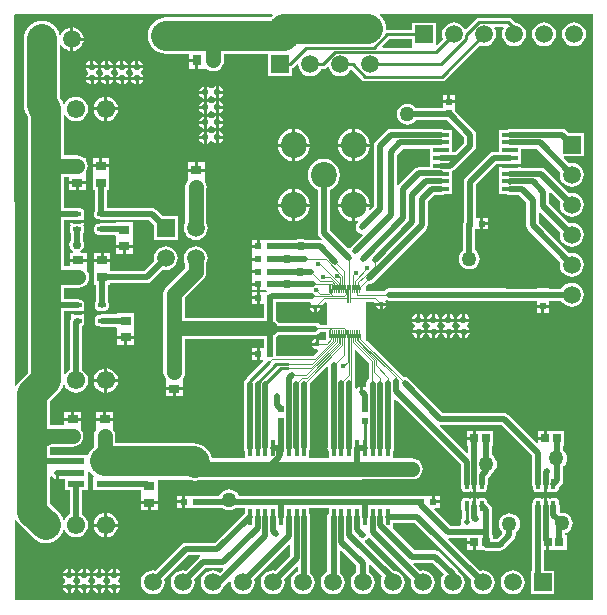
<source format=gtl>
G04*
G04 #@! TF.GenerationSoftware,Altium Limited,Altium Designer,18.0.11 (651)*
G04*
G04 Layer_Physical_Order=1*
G04 Layer_Color=255*
%FSLAX25Y25*%
%MOIN*%
G70*
G01*
G75*
%ADD13C,0.01000*%
%ADD19R,0.05800X0.02200*%
%ADD20R,0.02835X0.02835*%
%ADD21R,0.01968X0.02362*%
G04:AMPARAMS|DCode=22|XSize=15.75mil|YSize=25.59mil|CornerRadius=1.97mil|HoleSize=0mil|Usage=FLASHONLY|Rotation=90.000|XOffset=0mil|YOffset=0mil|HoleType=Round|Shape=RoundedRectangle|*
%AMROUNDEDRECTD22*
21,1,0.01575,0.02165,0,0,90.0*
21,1,0.01181,0.02559,0,0,90.0*
1,1,0.00394,0.01083,0.00591*
1,1,0.00394,0.01083,-0.00591*
1,1,0.00394,-0.01083,-0.00591*
1,1,0.00394,-0.01083,0.00591*
%
%ADD22ROUNDEDRECTD22*%
%ADD23R,0.03543X0.03150*%
%ADD24R,0.05600X0.01400*%
%ADD25R,0.01400X0.05600*%
%ADD26R,0.02362X0.01968*%
G04:AMPARAMS|DCode=27|XSize=15.75mil|YSize=33.47mil|CornerRadius=3.94mil|HoleSize=0mil|Usage=FLASHONLY|Rotation=180.000|XOffset=0mil|YOffset=0mil|HoleType=Round|Shape=RoundedRectangle|*
%AMROUNDEDRECTD27*
21,1,0.01575,0.02559,0,0,180.0*
21,1,0.00787,0.03347,0,0,180.0*
1,1,0.00787,-0.00394,0.01280*
1,1,0.00787,0.00394,0.01280*
1,1,0.00787,0.00394,-0.01280*
1,1,0.00787,-0.00394,-0.01280*
%
%ADD27ROUNDEDRECTD27*%
%ADD28R,0.03150X0.03543*%
%ADD50C,0.03000*%
%ADD53R,0.00300X0.03500*%
%ADD54R,0.00300X0.02400*%
%ADD55C,0.02000*%
%ADD56C,0.10000*%
%ADD57C,0.00300*%
%ADD58C,0.05000*%
%ADD59R,0.05906X0.05906*%
%ADD60C,0.05906*%
%ADD61C,0.08661*%
%ADD62R,0.05906X0.05906*%
%ADD63C,0.06102*%
%ADD64R,0.06102X0.06102*%
%ADD65C,0.05000*%
%ADD66C,0.02000*%
%ADD67C,0.01500*%
%ADD68C,0.02200*%
%ADD69C,0.07000*%
G36*
X135575Y-13402D02*
X135575D01*
X135491Y-13867D01*
X125705D01*
X125513Y-13405D01*
X127940Y-10978D01*
X135575D01*
Y-13402D01*
D02*
G37*
G36*
X195770Y-197820D02*
X195490Y-198100D01*
X3110D01*
X3096Y-171305D01*
X3596Y-171180D01*
X3957Y-171855D01*
X4707Y-172769D01*
X9201Y-177263D01*
X10115Y-178013D01*
X11157Y-178570D01*
X12288Y-178913D01*
X13465Y-179029D01*
X14641Y-178913D01*
X15772Y-178570D01*
X16814Y-178013D01*
X17728Y-177263D01*
X18477Y-176349D01*
X19035Y-175307D01*
X19229Y-174667D01*
X19759Y-174641D01*
X19926Y-175043D01*
X20575Y-175889D01*
X21421Y-176539D01*
X22407Y-176947D01*
X23465Y-177086D01*
X24522Y-176947D01*
X25508Y-176539D01*
X26354Y-175889D01*
X27003Y-175043D01*
X27411Y-174058D01*
X27551Y-173000D01*
X27411Y-171942D01*
X27003Y-170957D01*
X26354Y-170111D01*
X25686Y-169598D01*
Y-161312D01*
X27547D01*
Y-157612D01*
Y-155358D01*
X28003Y-155175D01*
X28047Y-155177D01*
X28783Y-156075D01*
X29437Y-156612D01*
X29258Y-157112D01*
X29147D01*
Y-161312D01*
X36946D01*
Y-161251D01*
X45228D01*
Y-162425D01*
X45228Y-162563D01*
Y-162925D01*
X45228Y-163063D01*
Y-165000D01*
X48000D01*
X50772D01*
Y-163063D01*
X50772Y-162925D01*
Y-162563D01*
X50772Y-162425D01*
Y-157841D01*
X61168D01*
X61934Y-158073D01*
X63110Y-158189D01*
X64286Y-158073D01*
X65077Y-157833D01*
X65280Y-157860D01*
X118612D01*
X118916Y-157820D01*
X135600D01*
X136514Y-157700D01*
X137365Y-157347D01*
X138096Y-156786D01*
X138657Y-156055D01*
X139010Y-155204D01*
X139130Y-154290D01*
X139010Y-153376D01*
X138657Y-152525D01*
X138096Y-151794D01*
X137365Y-151233D01*
X136514Y-150880D01*
X135600Y-150760D01*
X129292D01*
Y-148217D01*
X129476Y-147942D01*
X129631Y-147161D01*
Y-131378D01*
X130093Y-131187D01*
X151701Y-152795D01*
Y-159252D01*
X151856Y-160032D01*
X151926Y-160136D01*
Y-160531D01*
X152034Y-161075D01*
X152342Y-161536D01*
X152803Y-161844D01*
X153347Y-161952D01*
X154134D01*
X154678Y-161844D01*
X155020Y-161616D01*
X155362Y-161844D01*
X155799Y-161931D01*
Y-159252D01*
X156772D01*
X156799Y-159388D01*
Y-161931D01*
X157237Y-161844D01*
X157579Y-161616D01*
X157921Y-161844D01*
X158465Y-161952D01*
X159252D01*
X159796Y-161844D01*
X160257Y-161536D01*
X160565Y-161075D01*
X160673Y-160531D01*
Y-159991D01*
X160684Y-159974D01*
X160839Y-159194D01*
Y-157215D01*
X161722Y-156332D01*
X162164Y-155670D01*
X162184Y-155571D01*
X162776Y-155116D01*
X163337Y-154385D01*
X163690Y-153534D01*
X163810Y-152620D01*
X163690Y-151706D01*
X163337Y-150855D01*
X162776Y-150124D01*
X162275Y-149740D01*
Y-146512D01*
X162654D01*
Y-141677D01*
X156799D01*
Y-144095D01*
X156299D01*
Y-144595D01*
X153882D01*
Y-146512D01*
X154260D01*
Y-148933D01*
X153798Y-149124D01*
X144794Y-140120D01*
X144882Y-139831D01*
X145020Y-139639D01*
X165365D01*
X175520Y-149794D01*
Y-159252D01*
X175675Y-160032D01*
X175744Y-160136D01*
Y-160531D01*
X175853Y-161075D01*
X176161Y-161536D01*
X176622Y-161844D01*
X177165Y-161952D01*
X177953D01*
X178497Y-161844D01*
X178839Y-161616D01*
X179181Y-161844D01*
X179618Y-161931D01*
Y-159252D01*
X180618D01*
Y-161931D01*
X181056Y-161844D01*
X181398Y-161616D01*
X181740Y-161844D01*
X182283Y-161952D01*
X183071D01*
X183615Y-161844D01*
X184076Y-161536D01*
X184384Y-161075D01*
X184492Y-160531D01*
Y-160321D01*
X185300Y-159513D01*
X185742Y-158851D01*
X185897Y-158071D01*
Y-153482D01*
X186166Y-153276D01*
X186727Y-152545D01*
X187080Y-151694D01*
X187200Y-150780D01*
X187080Y-149866D01*
X186727Y-149015D01*
X186166Y-148284D01*
X185897Y-148077D01*
Y-146512D01*
X186276D01*
Y-141677D01*
X180421D01*
Y-144095D01*
X179921D01*
Y-144595D01*
X177504D01*
Y-145357D01*
X177042Y-145548D01*
X167652Y-136158D01*
X166990Y-135716D01*
X166210Y-135561D01*
X145785D01*
X134532Y-124308D01*
X134492Y-124248D01*
X133830Y-123806D01*
X133050Y-123651D01*
X132732Y-123714D01*
X120599Y-111581D01*
X120280Y-111240D01*
X120280D01*
X120280Y-111240D01*
Y-98541D01*
X122723D01*
X123092Y-98910D01*
X126935D01*
X126899Y-98727D01*
X126589Y-98264D01*
X126950Y-97904D01*
X127160Y-98044D01*
X127940Y-98199D01*
X166348D01*
X166750Y-98279D01*
X177056D01*
Y-99648D01*
X179040D01*
X181024D01*
Y-98251D01*
X185352D01*
X185921Y-98992D01*
X186747Y-99625D01*
X187708Y-100023D01*
X188740Y-100159D01*
X189772Y-100023D01*
X190734Y-99625D01*
X191559Y-98992D01*
X192193Y-98166D01*
X192591Y-97204D01*
X192727Y-96172D01*
X192591Y-95141D01*
X192193Y-94179D01*
X191559Y-93353D01*
X190734Y-92720D01*
X189772Y-92321D01*
X188740Y-92186D01*
X187708Y-92321D01*
X186747Y-92720D01*
X185921Y-93353D01*
X185292Y-94172D01*
X181024D01*
Y-94030D01*
X177056D01*
Y-94201D01*
X167072D01*
X166670Y-94121D01*
X127940D01*
X127160Y-94276D01*
X126498Y-94718D01*
X126298Y-95017D01*
X120280D01*
Y-93248D01*
X120832Y-92696D01*
X121150Y-92759D01*
X121930Y-92604D01*
X122592Y-92162D01*
X140242Y-74512D01*
X140684Y-73850D01*
X140839Y-73070D01*
Y-65215D01*
X142946Y-63108D01*
X145193D01*
X145973Y-62953D01*
X146249Y-62769D01*
X148993D01*
Y-60168D01*
Y-57569D01*
Y-55092D01*
X149563Y-54710D01*
X152212Y-52062D01*
X152212Y-52062D01*
X156323Y-47951D01*
X156323Y-47950D01*
X156765Y-47289D01*
X156921Y-46508D01*
Y-42870D01*
X156765Y-42090D01*
X156323Y-41428D01*
X156323Y-41428D01*
X149794Y-34899D01*
Y-32362D01*
X145826D01*
Y-34001D01*
X136847D01*
X136496Y-33544D01*
X135765Y-32983D01*
X134914Y-32630D01*
X134000Y-32510D01*
X133086Y-32630D01*
X132235Y-32983D01*
X131504Y-33544D01*
X130943Y-34275D01*
X130590Y-35126D01*
X130470Y-36040D01*
X130590Y-36954D01*
X130943Y-37805D01*
X131504Y-38536D01*
X132235Y-39097D01*
X133086Y-39450D01*
X134000Y-39570D01*
X134914Y-39450D01*
X135765Y-39097D01*
X136496Y-38536D01*
X136847Y-38079D01*
X147207D01*
X152842Y-43715D01*
Y-45664D01*
X149925Y-48581D01*
X148993D01*
Y-44568D01*
Y-41168D01*
X146249D01*
X145973Y-40984D01*
X145193Y-40829D01*
X128672D01*
X127891Y-40984D01*
X127230Y-41427D01*
X123328Y-45328D01*
X122886Y-45990D01*
X122731Y-46770D01*
Y-66965D01*
X121673Y-68023D01*
X121257Y-67745D01*
X121263Y-67731D01*
X121381Y-66840D01*
X116570D01*
Y-71651D01*
X117461Y-71533D01*
X117475Y-71527D01*
X117753Y-71943D01*
X117318Y-72378D01*
X116876Y-73040D01*
X116721Y-73820D01*
X116876Y-74600D01*
X117318Y-75262D01*
X117980Y-75704D01*
X118760Y-75859D01*
X118810Y-75849D01*
X119056Y-76310D01*
X115178Y-80188D01*
X114854Y-80673D01*
X114275Y-80801D01*
X108149Y-74675D01*
Y-61249D01*
X108758Y-60996D01*
X109872Y-60142D01*
X110726Y-59028D01*
X111264Y-57732D01*
X111447Y-56340D01*
X111264Y-54948D01*
X110726Y-53652D01*
X109872Y-52538D01*
X108758Y-51684D01*
X107462Y-51147D01*
X106070Y-50963D01*
X104678Y-51147D01*
X103382Y-51684D01*
X102268Y-52538D01*
X101414Y-53652D01*
X100876Y-54948D01*
X100693Y-56340D01*
X100876Y-57732D01*
X101414Y-59028D01*
X102268Y-60142D01*
X103382Y-60996D01*
X104071Y-61282D01*
Y-75520D01*
X104226Y-76300D01*
X104668Y-76962D01*
X105391Y-77684D01*
X105144Y-78145D01*
X104770Y-78071D01*
X99808D01*
X99335Y-77755D01*
X98360Y-77561D01*
X97385Y-77755D01*
X96912Y-78071D01*
X88188D01*
X87912Y-78126D01*
X84751D01*
Y-80110D01*
X84251D01*
Y-80610D01*
X82070D01*
Y-82094D01*
X82070D01*
X82030Y-82386D01*
X82030D01*
X82030Y-82578D01*
Y-83870D01*
X84211D01*
Y-84870D01*
X82030D01*
Y-86121D01*
X82030Y-86354D01*
X82030Y-86354D01*
X82090Y-86596D01*
X82090D01*
Y-88080D01*
X84272D01*
Y-89080D01*
X82090D01*
Y-90564D01*
X82090Y-90564D01*
X82030Y-90716D01*
X82030D01*
X82030Y-91039D01*
Y-92200D01*
X84211D01*
Y-92700D01*
X84711D01*
Y-94684D01*
X86832D01*
X87071Y-95184D01*
X86958Y-95326D01*
X84732D01*
Y-97310D01*
Y-99294D01*
X86129D01*
Y-103880D01*
X59730D01*
Y-97402D01*
X65986Y-91146D01*
X66547Y-90415D01*
X66900Y-89564D01*
X67020Y-88650D01*
Y-85826D01*
X67341Y-85052D01*
X67477Y-84020D01*
X67341Y-82988D01*
X66943Y-82027D01*
X66309Y-81201D01*
X65483Y-80567D01*
X64522Y-80169D01*
X63490Y-80033D01*
X62458Y-80169D01*
X61497Y-80567D01*
X60671Y-81201D01*
X60037Y-82027D01*
X59639Y-82988D01*
X59503Y-84020D01*
X59639Y-85052D01*
X59960Y-85826D01*
Y-87188D01*
X53704Y-93444D01*
X53143Y-94175D01*
X52790Y-95026D01*
X52670Y-95940D01*
Y-121948D01*
X52790Y-122862D01*
X53143Y-123713D01*
X53474Y-124144D01*
X53527Y-124622D01*
Y-124984D01*
X53528D01*
Y-127059D01*
X56299D01*
X59071D01*
Y-124984D01*
X59071D01*
X59071Y-124622D01*
X59107Y-124137D01*
X59356Y-123812D01*
X59709Y-122961D01*
X59829Y-122047D01*
Y-110940D01*
X86081D01*
Y-113916D01*
X84711D01*
Y-115900D01*
Y-117884D01*
X85830D01*
X86021Y-118346D01*
X80358Y-124009D01*
X80046Y-124475D01*
X79997Y-124508D01*
X79555Y-125170D01*
X79400Y-125950D01*
Y-147161D01*
X79555Y-147942D01*
X79739Y-148217D01*
Y-150800D01*
X68967D01*
X68680Y-149853D01*
X68123Y-148811D01*
X67373Y-147897D01*
X67025Y-147549D01*
X66111Y-146799D01*
X65069Y-146242D01*
X63938Y-145899D01*
X62762Y-145783D01*
X36577D01*
Y-143493D01*
X36601Y-143307D01*
X36481Y-142393D01*
X36128Y-141542D01*
X35879Y-141217D01*
X35842Y-140732D01*
Y-140370D01*
X35842D01*
Y-138295D01*
X30299D01*
Y-140370D01*
X30299D01*
X30299Y-140732D01*
X30259Y-141215D01*
X29989Y-141566D01*
X29636Y-142418D01*
X29516Y-143332D01*
Y-146947D01*
X28783Y-147549D01*
X28034Y-148462D01*
X27476Y-149505D01*
X27413Y-149712D01*
X19747D01*
Y-149773D01*
X14999D01*
Y-147123D01*
X15230Y-147027D01*
X15477Y-146837D01*
X22441D01*
X23355Y-146717D01*
X24206Y-146364D01*
X24835Y-145882D01*
X25213D01*
Y-145444D01*
X25498Y-145072D01*
X25851Y-144221D01*
X25971Y-143307D01*
X25851Y-142393D01*
X25498Y-141542D01*
X25249Y-141217D01*
X25213Y-140732D01*
Y-140370D01*
X25213D01*
Y-138295D01*
X19669D01*
Y-139777D01*
X14999D01*
Y-131795D01*
X17728Y-129066D01*
X18477Y-128153D01*
X19035Y-127110D01*
X19229Y-126470D01*
X19759Y-126444D01*
X19926Y-126846D01*
X20575Y-127692D01*
X21421Y-128342D01*
X22407Y-128750D01*
X23465Y-128889D01*
X24522Y-128750D01*
X25508Y-128342D01*
X26354Y-127692D01*
X27003Y-126846D01*
X27411Y-125861D01*
X27551Y-124803D01*
X27411Y-123746D01*
X27003Y-122760D01*
X26354Y-121914D01*
X25508Y-121265D01*
X25504Y-121263D01*
Y-106588D01*
X25582Y-106573D01*
X25978Y-106308D01*
X26243Y-105912D01*
X26335Y-105445D01*
Y-104264D01*
X26243Y-103797D01*
X26094Y-103575D01*
X26243Y-103353D01*
X26335Y-102886D01*
Y-102796D01*
X24033D01*
X21730D01*
Y-102886D01*
X21823Y-103353D01*
X21971Y-103575D01*
X21823Y-103797D01*
X21730Y-104264D01*
Y-104419D01*
X21581Y-104642D01*
X21425Y-105423D01*
Y-121263D01*
X21421Y-121265D01*
X20575Y-121914D01*
X19994Y-122672D01*
X19637Y-122612D01*
X19494Y-122539D01*
Y-101776D01*
X21730D01*
Y-101796D01*
X24033D01*
X26335D01*
Y-101705D01*
X26243Y-101238D01*
X26094Y-101016D01*
X26243Y-100794D01*
X26335Y-100327D01*
Y-99146D01*
X26243Y-98679D01*
X25978Y-98283D01*
X25582Y-98019D01*
X25115Y-97926D01*
X24922D01*
X24813Y-97853D01*
X24033Y-97697D01*
X19494D01*
Y-93858D01*
X24332D01*
X25245Y-93737D01*
X26097Y-93385D01*
X26726Y-92902D01*
X27103D01*
Y-92465D01*
X27389Y-92093D01*
X27742Y-91241D01*
X27862Y-90328D01*
X27742Y-89414D01*
X27389Y-88562D01*
X27140Y-88238D01*
X27103Y-87753D01*
Y-87391D01*
X27103D01*
Y-85316D01*
X21560D01*
Y-86797D01*
X19494D01*
Y-71304D01*
X21537D01*
Y-71324D01*
X23840D01*
X26143D01*
Y-71233D01*
X26050Y-70766D01*
X25901Y-70544D01*
X26050Y-70322D01*
X26143Y-69855D01*
Y-68674D01*
X26050Y-68207D01*
X25785Y-67811D01*
X25389Y-67546D01*
X24922Y-67454D01*
X24729D01*
X24620Y-67380D01*
X23840Y-67225D01*
X19494D01*
Y-56850D01*
X21166D01*
Y-58331D01*
X23938D01*
X26710D01*
Y-56257D01*
X26710D01*
X26710Y-55894D01*
X26746Y-55409D01*
X26995Y-55085D01*
X27348Y-54233D01*
X27468Y-53320D01*
X27348Y-52406D01*
X26995Y-51555D01*
X26710Y-51182D01*
Y-50745D01*
X26332D01*
X25703Y-50262D01*
X24852Y-49910D01*
X23938Y-49789D01*
X19494D01*
Y-36554D01*
X19637Y-36481D01*
X19994Y-36421D01*
X20575Y-37179D01*
X21421Y-37829D01*
X22407Y-38237D01*
X23465Y-38376D01*
X24522Y-38237D01*
X25508Y-37829D01*
X26354Y-37179D01*
X27003Y-36333D01*
X27411Y-35348D01*
X27551Y-34290D01*
X27411Y-33232D01*
X27003Y-32247D01*
X26354Y-31401D01*
X25508Y-30751D01*
X24522Y-30343D01*
X23465Y-30204D01*
X22407Y-30343D01*
X21421Y-30751D01*
X20575Y-31401D01*
X19926Y-32247D01*
X19759Y-32649D01*
X19229Y-32623D01*
X19035Y-31983D01*
X18477Y-30940D01*
X18155Y-30547D01*
Y-13072D01*
X18655Y-12973D01*
X18673Y-13017D01*
X19307Y-13843D01*
X20133Y-14476D01*
X21094Y-14875D01*
X21626Y-14945D01*
Y-11024D01*
Y-7103D01*
X21094Y-7173D01*
X20133Y-7571D01*
X19307Y-8204D01*
X18673Y-9030D01*
X18466Y-9531D01*
X17935Y-9505D01*
X17696Y-8716D01*
X17139Y-7674D01*
X16389Y-6761D01*
X15475Y-6011D01*
X14433Y-5454D01*
X13302Y-5110D01*
X12126Y-4995D01*
X10950Y-5110D01*
X9819Y-5454D01*
X8776Y-6011D01*
X7863Y-6761D01*
X7113Y-7674D01*
X6556Y-8716D01*
X6213Y-9847D01*
X6097Y-11024D01*
Y-32951D01*
X6213Y-34128D01*
X6556Y-35259D01*
X7113Y-36301D01*
X7283Y-36508D01*
X7435Y-36794D01*
Y-52930D01*
Y-69260D01*
Y-90390D01*
Y-99740D01*
Y-122306D01*
X4707Y-125034D01*
X3957Y-125948D01*
X3573Y-126666D01*
X3073Y-126541D01*
X3010Y-3123D01*
X3473Y-2660D01*
X88888D01*
X89067Y-3160D01*
X88728Y-3438D01*
X88431Y-3801D01*
X53450D01*
X52274Y-3917D01*
X51143Y-4260D01*
X50100Y-4817D01*
X49187Y-5567D01*
X48437Y-6481D01*
X47880Y-7523D01*
X47537Y-8654D01*
X47421Y-9830D01*
X47537Y-11006D01*
X47880Y-12137D01*
X48437Y-13180D01*
X49187Y-14093D01*
X50100Y-14843D01*
X51143Y-15400D01*
X52274Y-15743D01*
X53450Y-15859D01*
X61205D01*
Y-17610D01*
X63779D01*
Y-18110D01*
X64280D01*
Y-20882D01*
X66354D01*
Y-20882D01*
X66716Y-20882D01*
X67202Y-20918D01*
X67526Y-21168D01*
X68378Y-21520D01*
X69291Y-21640D01*
X70205Y-21520D01*
X71056Y-21168D01*
X71429Y-20882D01*
X71866D01*
Y-20504D01*
X72349Y-19875D01*
X72701Y-19024D01*
X72821Y-18110D01*
Y-15859D01*
X87622D01*
Y-23402D01*
X95527D01*
Y-20721D01*
X95813Y-20530D01*
X97143Y-19200D01*
X97439Y-19346D01*
X97589Y-19460D01*
X97724Y-20481D01*
X98122Y-21442D01*
X98756Y-22268D01*
X99581Y-22901D01*
X100543Y-23300D01*
X101575Y-23436D01*
X102607Y-23300D01*
X103568Y-22901D01*
X104394Y-22268D01*
X105027Y-21442D01*
X105220Y-20978D01*
X105843D01*
X106429Y-20862D01*
X106925Y-20530D01*
X107237Y-20218D01*
X107710Y-20379D01*
X107724Y-20481D01*
X108122Y-21442D01*
X108756Y-22268D01*
X109581Y-22901D01*
X110543Y-23300D01*
X111575Y-23436D01*
X112607Y-23300D01*
X113568Y-22901D01*
X114394Y-22268D01*
X115001Y-21477D01*
X115124Y-21385D01*
X115535Y-21303D01*
X118815Y-24583D01*
X119311Y-24915D01*
X119896Y-25031D01*
X145475D01*
X146060Y-24915D01*
X146556Y-24583D01*
X158032Y-13108D01*
X158496Y-13300D01*
X159528Y-13436D01*
X160559Y-13300D01*
X161521Y-12901D01*
X162347Y-12268D01*
X162980Y-11442D01*
X163379Y-10481D01*
X163514Y-9449D01*
X163379Y-8417D01*
X162980Y-7455D01*
X162918Y-7374D01*
X163139Y-6925D01*
X165916D01*
X166137Y-7374D01*
X166075Y-7455D01*
X165676Y-8417D01*
X165541Y-9449D01*
X165676Y-10481D01*
X166075Y-11442D01*
X166708Y-12268D01*
X167534Y-12901D01*
X168496Y-13300D01*
X169528Y-13436D01*
X170559Y-13300D01*
X171521Y-12901D01*
X172347Y-12268D01*
X172980Y-11442D01*
X173379Y-10481D01*
X173514Y-9449D01*
X173379Y-8417D01*
X172980Y-7455D01*
X172347Y-6630D01*
X171521Y-5996D01*
X170559Y-5598D01*
X169985Y-5522D01*
X168711Y-4249D01*
X168215Y-3917D01*
X167630Y-3801D01*
X167298Y-3867D01*
X157849D01*
X157264Y-3983D01*
X156767Y-4315D01*
X153488Y-7594D01*
X153077Y-7513D01*
X152954Y-7421D01*
X152347Y-6630D01*
X151521Y-5996D01*
X150559Y-5598D01*
X149528Y-5462D01*
X148496Y-5598D01*
X147534Y-5996D01*
X146708Y-6630D01*
X146075Y-7455D01*
X145677Y-8417D01*
X145541Y-9449D01*
X145677Y-10481D01*
X145869Y-10945D01*
X143942Y-12871D01*
X143480Y-12680D01*
Y-5496D01*
X135575D01*
Y-7919D01*
X127361D01*
X127258Y-7884D01*
X126860Y-7498D01*
X126764Y-6525D01*
X126421Y-5394D01*
X125864Y-4352D01*
X125114Y-3438D01*
X124775Y-3160D01*
X124954Y-2660D01*
X195770D01*
Y-197820D01*
D02*
G37*
G36*
X141393Y-49768D02*
Y-53761D01*
X137790D01*
X137010Y-53916D01*
X136348Y-54358D01*
X131188Y-59518D01*
X131029Y-59756D01*
X130529Y-59604D01*
Y-49515D01*
X132525Y-47519D01*
X141393D01*
Y-49768D01*
D02*
G37*
G36*
X101911Y-99219D02*
X101652Y-99607D01*
X101615Y-99790D01*
X105458D01*
X106485Y-98763D01*
X106801Y-98763D01*
X107246Y-99209D01*
X107243Y-106307D01*
X104845D01*
X104732Y-106138D01*
X104070Y-105696D01*
X103290Y-105541D01*
X91097D01*
X90616Y-104914D01*
X90208Y-104600D01*
Y-99294D01*
X90350D01*
Y-98719D01*
X101670D01*
X101911Y-99219D01*
D02*
G37*
G36*
X106901Y-109468D02*
X106923Y-109582D01*
Y-111129D01*
X106634Y-111417D01*
X105165D01*
X104603Y-111041D01*
X104420Y-111005D01*
Y-112690D01*
X103920D01*
Y-113190D01*
X102235D01*
X102271Y-113373D01*
X102658Y-113952D01*
X103237Y-114339D01*
X103920Y-114474D01*
X103933Y-114472D01*
X104179Y-114933D01*
X102564Y-116548D01*
X90330D01*
Y-113916D01*
X90208D01*
Y-110220D01*
X90616Y-109906D01*
X90837Y-109619D01*
X103290D01*
X104070Y-109464D01*
X104732Y-109022D01*
X104979Y-108652D01*
X106901D01*
Y-109468D01*
D02*
G37*
G36*
X121127Y-118846D02*
Y-124312D01*
X120950Y-124430D01*
X120508Y-125092D01*
X120353Y-125872D01*
Y-126587D01*
X119853Y-126855D01*
X119630Y-126706D01*
X119350Y-126650D01*
Y-128590D01*
X118350D01*
Y-126650D01*
X118070Y-126706D01*
X117408Y-127148D01*
X117131Y-127562D01*
X116631Y-127411D01*
Y-125672D01*
X116476Y-124892D01*
X116446Y-124846D01*
Y-114817D01*
X116908Y-114626D01*
X121127Y-118846D01*
D02*
G37*
G36*
X107371Y-120351D02*
Y-147071D01*
X107353Y-147161D01*
X107508Y-147942D01*
X107692Y-148217D01*
Y-150800D01*
X101339D01*
Y-147939D01*
X101412Y-147830D01*
X101567Y-147050D01*
Y-125882D01*
X101504Y-125565D01*
X106909Y-120159D01*
X107371Y-120351D01*
D02*
G37*
G36*
X17700Y-157600D02*
X17945Y-157551D01*
X19747D01*
Y-161312D01*
X21607D01*
Y-169384D01*
X21421Y-169461D01*
X20575Y-170111D01*
X19926Y-170957D01*
X19759Y-171359D01*
X19229Y-171333D01*
X19035Y-170693D01*
X18477Y-169650D01*
X17728Y-168737D01*
X14999Y-166008D01*
Y-156866D01*
X15499Y-156714D01*
X15758Y-157102D01*
X16420Y-157544D01*
X16700Y-157600D01*
Y-155660D01*
X17700D01*
Y-157600D01*
D02*
G37*
%LPC*%
G36*
X22626Y-7103D02*
Y-10524D01*
X26047D01*
X25977Y-9992D01*
X25579Y-9030D01*
X24945Y-8204D01*
X24119Y-7571D01*
X23158Y-7173D01*
X22626Y-7103D01*
D02*
G37*
G36*
X189528Y-5462D02*
X188496Y-5598D01*
X187534Y-5996D01*
X186708Y-6630D01*
X186075Y-7455D01*
X185677Y-8417D01*
X185541Y-9449D01*
X185677Y-10481D01*
X186075Y-11442D01*
X186708Y-12268D01*
X187534Y-12901D01*
X188496Y-13300D01*
X189528Y-13436D01*
X190559Y-13300D01*
X191521Y-12901D01*
X192347Y-12268D01*
X192980Y-11442D01*
X193379Y-10481D01*
X193514Y-9449D01*
X193379Y-8417D01*
X192980Y-7455D01*
X192347Y-6630D01*
X191521Y-5996D01*
X190559Y-5598D01*
X189528Y-5462D01*
D02*
G37*
G36*
X179528D02*
X178496Y-5598D01*
X177534Y-5996D01*
X176708Y-6630D01*
X176075Y-7455D01*
X175677Y-8417D01*
X175541Y-9449D01*
X175677Y-10481D01*
X176075Y-11442D01*
X176708Y-12268D01*
X177534Y-12901D01*
X178496Y-13300D01*
X179528Y-13436D01*
X180559Y-13300D01*
X181521Y-12901D01*
X182347Y-12268D01*
X182980Y-11442D01*
X183379Y-10481D01*
X183514Y-9449D01*
X183379Y-8417D01*
X182980Y-7455D01*
X182347Y-6630D01*
X181521Y-5996D01*
X180559Y-5598D01*
X179528Y-5462D01*
D02*
G37*
G36*
X26047Y-11524D02*
X22626D01*
Y-14945D01*
X23158Y-14875D01*
X24119Y-14476D01*
X24945Y-13843D01*
X25579Y-13017D01*
X25977Y-12055D01*
X26047Y-11524D01*
D02*
G37*
G36*
X44340Y-18118D02*
Y-19660D01*
X45882D01*
X45818Y-19341D01*
X45354Y-18646D01*
X44659Y-18182D01*
X44340Y-18118D01*
D02*
G37*
G36*
X43340D02*
X43021Y-18182D01*
X42326Y-18646D01*
X41862Y-19341D01*
X41798Y-19660D01*
X43340D01*
Y-18118D01*
D02*
G37*
G36*
X39340D02*
Y-19660D01*
X40882D01*
X40818Y-19341D01*
X40354Y-18646D01*
X39659Y-18182D01*
X39340Y-18118D01*
D02*
G37*
G36*
X38340D02*
X38021Y-18182D01*
X37326Y-18646D01*
X36862Y-19341D01*
X36798Y-19660D01*
X38340D01*
Y-18118D01*
D02*
G37*
G36*
X34340D02*
Y-19660D01*
X35882D01*
X35818Y-19341D01*
X35354Y-18646D01*
X34659Y-18182D01*
X34340Y-18118D01*
D02*
G37*
G36*
X33340D02*
X33021Y-18182D01*
X32326Y-18646D01*
X31862Y-19341D01*
X31798Y-19660D01*
X33340D01*
Y-18118D01*
D02*
G37*
G36*
X29340D02*
Y-19660D01*
X30882D01*
X30818Y-19341D01*
X30354Y-18646D01*
X29659Y-18182D01*
X29340Y-18118D01*
D02*
G37*
G36*
X28340D02*
X28021Y-18182D01*
X27326Y-18646D01*
X26862Y-19341D01*
X26798Y-19660D01*
X28340D01*
Y-18118D01*
D02*
G37*
G36*
X63279Y-18610D02*
X61205D01*
Y-20882D01*
X63279D01*
Y-18610D01*
D02*
G37*
G36*
X45882Y-20660D02*
X41798D01*
X41862Y-20979D01*
X42326Y-21674D01*
X42611Y-21864D01*
Y-22466D01*
X42416Y-22596D01*
X41952Y-23291D01*
X41888Y-23610D01*
X45972D01*
X45908Y-23291D01*
X45444Y-22596D01*
X45159Y-22406D01*
Y-21804D01*
X45354Y-21674D01*
X45818Y-20979D01*
X45882Y-20660D01*
D02*
G37*
G36*
X40882D02*
X36798D01*
X36862Y-20979D01*
X37326Y-21674D01*
X37611Y-21864D01*
Y-22466D01*
X37416Y-22596D01*
X36952Y-23291D01*
X36888Y-23610D01*
X40972D01*
X40908Y-23291D01*
X40444Y-22596D01*
X40159Y-22406D01*
Y-21804D01*
X40354Y-21674D01*
X40818Y-20979D01*
X40882Y-20660D01*
D02*
G37*
G36*
X35882D02*
X31798D01*
X31862Y-20979D01*
X32326Y-21674D01*
X32611Y-21864D01*
Y-22466D01*
X32416Y-22596D01*
X31952Y-23291D01*
X31888Y-23610D01*
X35972D01*
X35908Y-23291D01*
X35444Y-22596D01*
X35159Y-22406D01*
Y-21804D01*
X35354Y-21674D01*
X35818Y-20979D01*
X35882Y-20660D01*
D02*
G37*
G36*
X30882D02*
X26798D01*
X26862Y-20979D01*
X27326Y-21674D01*
X27611Y-21864D01*
Y-22466D01*
X27416Y-22596D01*
X26952Y-23291D01*
X26888Y-23610D01*
X30972D01*
X30908Y-23291D01*
X30444Y-22596D01*
X30159Y-22406D01*
Y-21804D01*
X30354Y-21674D01*
X30818Y-20979D01*
X30882Y-20660D01*
D02*
G37*
G36*
X45972Y-24610D02*
X44430D01*
Y-26152D01*
X44749Y-26088D01*
X45444Y-25624D01*
X45908Y-24929D01*
X45972Y-24610D01*
D02*
G37*
G36*
X43430D02*
X41888D01*
X41952Y-24929D01*
X42416Y-25624D01*
X43111Y-26088D01*
X43430Y-26152D01*
Y-24610D01*
D02*
G37*
G36*
X40972D02*
X39430D01*
Y-26152D01*
X39749Y-26088D01*
X40444Y-25624D01*
X40908Y-24929D01*
X40972Y-24610D01*
D02*
G37*
G36*
X38430D02*
X36888D01*
X36952Y-24929D01*
X37416Y-25624D01*
X38111Y-26088D01*
X38430Y-26152D01*
Y-24610D01*
D02*
G37*
G36*
X35972D02*
X34430D01*
Y-26152D01*
X34749Y-26088D01*
X35444Y-25624D01*
X35908Y-24929D01*
X35972Y-24610D01*
D02*
G37*
G36*
X33430D02*
X31888D01*
X31952Y-24929D01*
X32416Y-25624D01*
X33111Y-26088D01*
X33430Y-26152D01*
Y-24610D01*
D02*
G37*
G36*
X30972D02*
X29430D01*
Y-26152D01*
X29749Y-26088D01*
X30444Y-25624D01*
X30908Y-24929D01*
X30972Y-24610D01*
D02*
G37*
G36*
X28430D02*
X26888D01*
X26952Y-24929D01*
X27416Y-25624D01*
X28111Y-26088D01*
X28430Y-26152D01*
Y-24610D01*
D02*
G37*
G36*
X70090Y-26668D02*
X69771Y-26732D01*
X69076Y-27196D01*
X68886Y-27481D01*
X68284D01*
X68154Y-27286D01*
X67459Y-26822D01*
X67140Y-26758D01*
Y-28800D01*
Y-30842D01*
X67459Y-30778D01*
X68154Y-30314D01*
X68344Y-30029D01*
X68946D01*
X69076Y-30224D01*
X69771Y-30688D01*
X70090Y-30752D01*
Y-28710D01*
Y-26668D01*
D02*
G37*
G36*
X71090D02*
Y-28210D01*
X72632D01*
X72568Y-27891D01*
X72104Y-27196D01*
X71409Y-26732D01*
X71090Y-26668D01*
D02*
G37*
G36*
X66140Y-26758D02*
X65821Y-26822D01*
X65126Y-27286D01*
X64662Y-27981D01*
X64598Y-28300D01*
X66140D01*
Y-26758D01*
D02*
G37*
G36*
X72632Y-29210D02*
X71090D01*
Y-30752D01*
X71409Y-30688D01*
X72104Y-30224D01*
X72568Y-29529D01*
X72632Y-29210D01*
D02*
G37*
G36*
X66140Y-29300D02*
X64598D01*
X64662Y-29619D01*
X65126Y-30314D01*
X65821Y-30778D01*
X66140Y-30842D01*
Y-29300D01*
D02*
G37*
G36*
X149794Y-29680D02*
X148310D01*
Y-31361D01*
X149794D01*
Y-29680D01*
D02*
G37*
G36*
X147310D02*
X145826D01*
Y-31361D01*
X147310D01*
Y-29680D01*
D02*
G37*
G36*
X70090Y-31668D02*
X69771Y-31732D01*
X69076Y-32196D01*
X68886Y-32481D01*
X68284D01*
X68154Y-32286D01*
X67459Y-31822D01*
X67140Y-31758D01*
Y-33800D01*
Y-35842D01*
X67459Y-35778D01*
X68154Y-35314D01*
X68344Y-35029D01*
X68946D01*
X69076Y-35224D01*
X69771Y-35688D01*
X70090Y-35752D01*
Y-33710D01*
Y-31668D01*
D02*
G37*
G36*
X71090D02*
Y-33210D01*
X72632D01*
X72568Y-32891D01*
X72104Y-32196D01*
X71409Y-31732D01*
X71090Y-31668D01*
D02*
G37*
G36*
X66140Y-31758D02*
X65821Y-31822D01*
X65126Y-32286D01*
X64662Y-32981D01*
X64598Y-33300D01*
X66140D01*
Y-31758D01*
D02*
G37*
G36*
X33965Y-30270D02*
Y-33790D01*
X37485D01*
X37411Y-33232D01*
X37003Y-32247D01*
X36354Y-31401D01*
X35508Y-30751D01*
X34522Y-30343D01*
X33965Y-30270D01*
D02*
G37*
G36*
X32965D02*
X32407Y-30343D01*
X31422Y-30751D01*
X30575Y-31401D01*
X29926Y-32247D01*
X29518Y-33232D01*
X29444Y-33790D01*
X32965D01*
Y-30270D01*
D02*
G37*
G36*
X72632Y-34210D02*
X71090D01*
Y-35752D01*
X71409Y-35688D01*
X72104Y-35224D01*
X72568Y-34529D01*
X72632Y-34210D01*
D02*
G37*
G36*
X66140Y-34300D02*
X64598D01*
X64662Y-34619D01*
X65126Y-35314D01*
X65821Y-35778D01*
X66140Y-35842D01*
Y-34300D01*
D02*
G37*
G36*
X70090Y-36668D02*
X69771Y-36732D01*
X69076Y-37196D01*
X68886Y-37481D01*
X68284D01*
X68154Y-37286D01*
X67459Y-36822D01*
X67140Y-36758D01*
Y-38800D01*
Y-40842D01*
X67459Y-40778D01*
X68154Y-40314D01*
X68344Y-40029D01*
X68946D01*
X69076Y-40224D01*
X69771Y-40688D01*
X70090Y-40752D01*
Y-38710D01*
Y-36668D01*
D02*
G37*
G36*
X71090D02*
Y-38210D01*
X72632D01*
X72568Y-37891D01*
X72104Y-37196D01*
X71409Y-36732D01*
X71090Y-36668D01*
D02*
G37*
G36*
X66140Y-36758D02*
X65821Y-36822D01*
X65126Y-37286D01*
X64662Y-37981D01*
X64598Y-38300D01*
X66140D01*
Y-36758D01*
D02*
G37*
G36*
X37485Y-34790D02*
X33965D01*
Y-38310D01*
X34522Y-38237D01*
X35508Y-37829D01*
X36354Y-37179D01*
X37003Y-36333D01*
X37411Y-35348D01*
X37485Y-34790D01*
D02*
G37*
G36*
X32965D02*
X29444D01*
X29518Y-35348D01*
X29926Y-36333D01*
X30575Y-37179D01*
X31422Y-37829D01*
X32407Y-38237D01*
X32965Y-38310D01*
Y-34790D01*
D02*
G37*
G36*
X72632Y-39210D02*
X71090D01*
Y-40752D01*
X71409Y-40688D01*
X72104Y-40224D01*
X72568Y-39529D01*
X72632Y-39210D01*
D02*
G37*
G36*
X66140Y-39300D02*
X64598D01*
X64662Y-39619D01*
X65126Y-40314D01*
X65821Y-40778D01*
X66140Y-40842D01*
Y-39300D01*
D02*
G37*
G36*
X70090Y-41668D02*
X69771Y-41732D01*
X69076Y-42196D01*
X68886Y-42481D01*
X68284D01*
X68154Y-42286D01*
X67459Y-41822D01*
X67140Y-41758D01*
Y-43800D01*
Y-45842D01*
X67459Y-45778D01*
X68154Y-45314D01*
X68344Y-45029D01*
X68946D01*
X69076Y-45224D01*
X69771Y-45688D01*
X70090Y-45752D01*
Y-43710D01*
Y-41668D01*
D02*
G37*
G36*
X71090D02*
Y-43210D01*
X72632D01*
X72568Y-42891D01*
X72104Y-42196D01*
X71409Y-41732D01*
X71090Y-41668D01*
D02*
G37*
G36*
X66140Y-41758D02*
X65821Y-41822D01*
X65126Y-42286D01*
X64662Y-42981D01*
X64598Y-43300D01*
X66140D01*
Y-41758D01*
D02*
G37*
G36*
X72632Y-44210D02*
X71090D01*
Y-45752D01*
X71409Y-45688D01*
X72104Y-45224D01*
X72568Y-44529D01*
X72632Y-44210D01*
D02*
G37*
G36*
X116570Y-41029D02*
Y-45840D01*
X121381D01*
X121263Y-44948D01*
X120726Y-43651D01*
X119872Y-42538D01*
X118758Y-41683D01*
X117461Y-41146D01*
X116570Y-41029D01*
D02*
G37*
G36*
X96570D02*
Y-45840D01*
X101381D01*
X101263Y-44948D01*
X100726Y-43651D01*
X99872Y-42538D01*
X98758Y-41683D01*
X97461Y-41146D01*
X96570Y-41029D01*
D02*
G37*
G36*
X115570D02*
X114678Y-41146D01*
X113381Y-41683D01*
X112268Y-42538D01*
X111413Y-43651D01*
X110876Y-44948D01*
X110759Y-45840D01*
X115570D01*
Y-41029D01*
D02*
G37*
G36*
X95570D02*
X94678Y-41146D01*
X93381Y-41683D01*
X92268Y-42538D01*
X91413Y-43651D01*
X90876Y-44948D01*
X90759Y-45840D01*
X95570D01*
Y-41029D01*
D02*
G37*
G36*
X66140Y-44300D02*
X64598D01*
X64662Y-44619D01*
X65126Y-45314D01*
X65821Y-45778D01*
X66140Y-45842D01*
Y-44300D01*
D02*
G37*
G36*
X121381Y-46840D02*
X116570D01*
Y-51651D01*
X117461Y-51533D01*
X118758Y-50996D01*
X119872Y-50142D01*
X120726Y-49028D01*
X121263Y-47731D01*
X121381Y-46840D01*
D02*
G37*
G36*
X101381D02*
X96570D01*
Y-51651D01*
X97461Y-51533D01*
X98758Y-50996D01*
X99872Y-50142D01*
X100726Y-49028D01*
X101263Y-47731D01*
X101381Y-46840D01*
D02*
G37*
G36*
X115570D02*
X110759D01*
X110876Y-47731D01*
X111413Y-49028D01*
X112268Y-50142D01*
X113381Y-50996D01*
X114678Y-51533D01*
X115570Y-51651D01*
Y-46840D01*
D02*
G37*
G36*
X95570D02*
X90759D01*
X90876Y-47731D01*
X91413Y-49028D01*
X92268Y-50142D01*
X93381Y-50996D01*
X94678Y-51533D01*
X95570Y-51651D01*
Y-46840D01*
D02*
G37*
G36*
X34584Y-50745D02*
X32312D01*
Y-52820D01*
X34584D01*
Y-50745D01*
D02*
G37*
G36*
X31312D02*
X29040D01*
Y-52820D01*
X31312D01*
Y-50745D01*
D02*
G37*
G36*
X66382Y-52129D02*
X64110D01*
Y-54204D01*
X66382D01*
Y-52129D01*
D02*
G37*
G36*
X63110D02*
X60838D01*
Y-54204D01*
X63110D01*
Y-52129D01*
D02*
G37*
G36*
X185436Y-40829D02*
X168193D01*
X167413Y-40984D01*
X167137Y-41168D01*
X164393D01*
Y-44568D01*
Y-48601D01*
X162730D01*
X161950Y-48756D01*
X161288Y-49198D01*
X153440Y-57047D01*
X152998Y-57708D01*
X152842Y-58489D01*
Y-70506D01*
X152700D01*
Y-72110D01*
X152571Y-72761D01*
Y-81433D01*
X152114Y-81784D01*
X151553Y-82515D01*
X151200Y-83366D01*
X151080Y-84280D01*
X151200Y-85194D01*
X151553Y-86045D01*
X152114Y-86776D01*
X152845Y-87337D01*
X153696Y-87690D01*
X154610Y-87810D01*
X155524Y-87690D01*
X156375Y-87337D01*
X157106Y-86776D01*
X157667Y-86045D01*
X158020Y-85194D01*
X158140Y-84280D01*
X158020Y-83366D01*
X157667Y-82515D01*
X157106Y-81784D01*
X156649Y-81433D01*
Y-74474D01*
X158318D01*
Y-72490D01*
Y-70506D01*
X156921D01*
Y-59333D01*
X163575Y-52679D01*
X164393D01*
Y-52768D01*
X171993D01*
Y-52368D01*
Y-47508D01*
X177191D01*
X184881Y-55198D01*
X184753Y-56172D01*
X184889Y-57204D01*
X185287Y-58166D01*
X185921Y-58992D01*
X186747Y-59625D01*
X187708Y-60023D01*
X188740Y-60159D01*
X189772Y-60023D01*
X190734Y-59625D01*
X191559Y-58992D01*
X192193Y-58166D01*
X192591Y-57204D01*
X192727Y-56172D01*
X192591Y-55141D01*
X192193Y-54179D01*
X191559Y-53353D01*
X190734Y-52720D01*
X189772Y-52321D01*
X188740Y-52186D01*
X187765Y-52314D01*
X186039Y-50587D01*
X186230Y-50125D01*
X192693D01*
Y-42220D01*
X187671D01*
X186878Y-41427D01*
X186216Y-40984D01*
X185436Y-40829D01*
D02*
G37*
G36*
X26710Y-59331D02*
X24438D01*
Y-61406D01*
X26710D01*
Y-59331D01*
D02*
G37*
G36*
X23438D02*
X21166D01*
Y-61406D01*
X23438D01*
Y-59331D01*
D02*
G37*
G36*
X96570Y-61029D02*
Y-65840D01*
X101381D01*
X101263Y-64948D01*
X100726Y-63651D01*
X99872Y-62538D01*
X98758Y-61683D01*
X97461Y-61146D01*
X96570Y-61029D01*
D02*
G37*
G36*
X116570D02*
Y-65840D01*
X121381D01*
X121263Y-64948D01*
X120726Y-63651D01*
X119872Y-62538D01*
X118758Y-61683D01*
X117461Y-61146D01*
X116570Y-61029D01*
D02*
G37*
G36*
X95570D02*
X94678Y-61146D01*
X93381Y-61683D01*
X92268Y-62538D01*
X91413Y-63651D01*
X90876Y-64948D01*
X90759Y-65840D01*
X95570D01*
Y-61029D01*
D02*
G37*
G36*
X115570D02*
X114678Y-61146D01*
X113381Y-61683D01*
X112268Y-62538D01*
X111413Y-63651D01*
X110876Y-64948D01*
X110759Y-65840D01*
X115570D01*
Y-61029D01*
D02*
G37*
G36*
X171993Y-53768D02*
X164393D01*
Y-57569D01*
Y-60168D01*
Y-62769D01*
X167137D01*
X167413Y-62953D01*
X168193Y-63108D01*
X171184D01*
X173671Y-65595D01*
Y-73142D01*
X173826Y-73923D01*
X174268Y-74584D01*
X184881Y-85198D01*
X184753Y-86172D01*
X184889Y-87204D01*
X185287Y-88166D01*
X185921Y-88992D01*
X186747Y-89625D01*
X187708Y-90023D01*
X188740Y-90159D01*
X189772Y-90023D01*
X190734Y-89625D01*
X191559Y-88992D01*
X192193Y-88166D01*
X192591Y-87204D01*
X192727Y-86172D01*
X192591Y-85141D01*
X192193Y-84179D01*
X191559Y-83353D01*
X190734Y-82720D01*
X189772Y-82321D01*
X188740Y-82186D01*
X187765Y-82314D01*
X177749Y-72298D01*
Y-68773D01*
X178249Y-68565D01*
X184881Y-75198D01*
X184753Y-76172D01*
X184889Y-77204D01*
X185287Y-78166D01*
X185921Y-78992D01*
X186747Y-79625D01*
X187708Y-80023D01*
X188740Y-80159D01*
X189772Y-80023D01*
X190734Y-79625D01*
X191559Y-78992D01*
X192193Y-78166D01*
X192591Y-77204D01*
X192727Y-76172D01*
X192591Y-75141D01*
X192193Y-74179D01*
X191559Y-73353D01*
X190734Y-72720D01*
X189772Y-72321D01*
X188740Y-72186D01*
X187765Y-72314D01*
X181309Y-65858D01*
Y-62332D01*
X181809Y-62125D01*
X184881Y-65198D01*
X184753Y-66172D01*
X184889Y-67204D01*
X185287Y-68166D01*
X185921Y-68992D01*
X186747Y-69625D01*
X187708Y-70024D01*
X188740Y-70159D01*
X189772Y-70024D01*
X190734Y-69625D01*
X191559Y-68992D01*
X192193Y-68166D01*
X192591Y-67204D01*
X192727Y-66172D01*
X192591Y-65141D01*
X192193Y-64179D01*
X191559Y-63353D01*
X190734Y-62720D01*
X189772Y-62321D01*
X188740Y-62186D01*
X187765Y-62314D01*
X179878Y-54427D01*
X179217Y-53984D01*
X178436Y-53829D01*
X171993D01*
Y-53768D01*
D02*
G37*
G36*
X101381Y-66840D02*
X96570D01*
Y-71651D01*
X97461Y-71533D01*
X98758Y-70996D01*
X99872Y-70142D01*
X100726Y-69028D01*
X101263Y-67731D01*
X101381Y-66840D01*
D02*
G37*
G36*
X115570D02*
X110759D01*
X110876Y-67731D01*
X111413Y-69028D01*
X112268Y-70142D01*
X113381Y-70996D01*
X114678Y-71533D01*
X115570Y-71651D01*
Y-66840D01*
D02*
G37*
G36*
X95570D02*
X90759D01*
X90876Y-67731D01*
X91413Y-69028D01*
X92268Y-70142D01*
X93381Y-70996D01*
X94678Y-71533D01*
X95570Y-71651D01*
Y-66840D01*
D02*
G37*
G36*
X161000Y-70506D02*
X159318D01*
Y-71990D01*
X161000D01*
Y-70506D01*
D02*
G37*
G36*
Y-72990D02*
X159318D01*
Y-74474D01*
X161000D01*
Y-72990D01*
D02*
G37*
G36*
X34584Y-53820D02*
X29040D01*
Y-55757D01*
X29040Y-55894D01*
Y-56257D01*
X29040Y-56394D01*
Y-61406D01*
X29773D01*
Y-68098D01*
X29700Y-68207D01*
X29607Y-68674D01*
Y-69855D01*
X29700Y-70322D01*
X29965Y-70718D01*
X30361Y-70982D01*
X30828Y-71075D01*
X31021D01*
X31130Y-71148D01*
X31910Y-71304D01*
X47890D01*
X49537Y-72951D01*
Y-77973D01*
X57443D01*
Y-70067D01*
X52421D01*
X50176Y-67823D01*
X49515Y-67380D01*
X48735Y-67225D01*
X33851D01*
Y-61406D01*
X34584D01*
Y-56394D01*
X34584Y-56257D01*
Y-55894D01*
X34584Y-55757D01*
Y-53820D01*
D02*
G37*
G36*
X66382Y-55204D02*
X60838D01*
Y-57279D01*
X60838D01*
Y-57641D01*
X60781Y-58117D01*
X60433Y-58571D01*
X60080Y-59422D01*
X59960Y-60336D01*
Y-72214D01*
X59639Y-72988D01*
X59503Y-74020D01*
X59639Y-75052D01*
X60037Y-76013D01*
X60671Y-76839D01*
X61497Y-77473D01*
X62458Y-77871D01*
X63490Y-78007D01*
X64522Y-77871D01*
X65483Y-77473D01*
X66309Y-76839D01*
X66943Y-76013D01*
X67341Y-75052D01*
X67477Y-74020D01*
X67341Y-72988D01*
X67020Y-72214D01*
Y-61128D01*
X67140Y-60216D01*
X67020Y-59302D01*
X66667Y-58451D01*
X66418Y-58126D01*
X66382Y-57641D01*
Y-57279D01*
X66382D01*
Y-55204D01*
D02*
G37*
G36*
X42458Y-72005D02*
X36914D01*
Y-72343D01*
X31910D01*
X31130Y-72499D01*
X31021Y-72572D01*
X30828D01*
X30361Y-72665D01*
X29965Y-72929D01*
X29700Y-73325D01*
X29607Y-73792D01*
Y-74973D01*
X29700Y-75440D01*
X29965Y-75836D01*
X30361Y-76100D01*
X30828Y-76193D01*
X31021D01*
X31130Y-76266D01*
X31910Y-76422D01*
X36561D01*
X36914Y-76775D01*
X36914Y-77516D01*
X36914Y-77654D01*
Y-79591D01*
X39686D01*
X42458D01*
Y-77654D01*
X42458Y-77516D01*
Y-77154D01*
X42458Y-77016D01*
Y-72005D01*
D02*
G37*
G36*
X83751Y-78126D02*
X82070D01*
Y-79610D01*
X83751D01*
Y-78126D01*
D02*
G37*
G36*
X42458Y-80591D02*
X40186D01*
Y-82666D01*
X42458D01*
Y-80591D01*
D02*
G37*
G36*
X39186D02*
X36914D01*
Y-82666D01*
X39186D01*
Y-80591D01*
D02*
G37*
G36*
X34977Y-82241D02*
X32706D01*
Y-84316D01*
X34977D01*
Y-82241D01*
D02*
G37*
G36*
X31706D02*
X29434D01*
Y-84316D01*
X31706D01*
Y-82241D01*
D02*
G37*
G36*
X26143Y-72324D02*
X23840D01*
X21537D01*
Y-72414D01*
X21630Y-72881D01*
X21778Y-73103D01*
X21630Y-73325D01*
X21537Y-73792D01*
Y-74973D01*
X21630Y-75440D01*
X21800Y-75696D01*
Y-77893D01*
X21385Y-78514D01*
X21191Y-79490D01*
X21385Y-80465D01*
X21938Y-81292D01*
X22609Y-81741D01*
X22457Y-82241D01*
X21560D01*
Y-84316D01*
X27103D01*
Y-82241D01*
X25023D01*
X24871Y-81741D01*
X25542Y-81292D01*
X26095Y-80465D01*
X26289Y-79490D01*
X26095Y-78514D01*
X25879Y-78191D01*
Y-75696D01*
X26050Y-75440D01*
X26143Y-74973D01*
Y-73792D01*
X26050Y-73325D01*
X25901Y-73103D01*
X26050Y-72881D01*
X26143Y-72414D01*
Y-72324D01*
D02*
G37*
G36*
X53490Y-80033D02*
X52458Y-80169D01*
X51497Y-80567D01*
X50671Y-81201D01*
X50037Y-82027D01*
X49639Y-82988D01*
X49503Y-84020D01*
X49632Y-84995D01*
X46338Y-88288D01*
X35331D01*
X34977Y-87935D01*
X34977Y-87391D01*
X34977Y-87253D01*
Y-85316D01*
X29434D01*
Y-87253D01*
X29434Y-87391D01*
Y-87753D01*
X29434Y-87890D01*
Y-92902D01*
X30064D01*
Y-98423D01*
X29893Y-98679D01*
X29800Y-99146D01*
Y-100327D01*
X29893Y-100794D01*
X30158Y-101190D01*
X30554Y-101455D01*
X31021Y-101548D01*
X31214D01*
X31323Y-101621D01*
X32103Y-101776D01*
X32884Y-101621D01*
X32993Y-101548D01*
X33186D01*
X33653Y-101455D01*
X34049Y-101190D01*
X34313Y-100794D01*
X34406Y-100327D01*
Y-99146D01*
X34313Y-98679D01*
X34143Y-98423D01*
Y-92902D01*
X34977D01*
Y-92367D01*
X47183D01*
X47963Y-92211D01*
X48624Y-91769D01*
X52515Y-87879D01*
X53490Y-88007D01*
X54522Y-87871D01*
X55483Y-87473D01*
X56309Y-86839D01*
X56943Y-86013D01*
X57341Y-85052D01*
X57477Y-84020D01*
X57341Y-82988D01*
X56943Y-82027D01*
X56309Y-81201D01*
X55483Y-80567D01*
X54522Y-80169D01*
X53490Y-80033D01*
D02*
G37*
G36*
X83711Y-93200D02*
X82030D01*
Y-94684D01*
X83711D01*
Y-93200D01*
D02*
G37*
G36*
X83732Y-95326D02*
X82050D01*
Y-96810D01*
X83732D01*
Y-95326D01*
D02*
G37*
G36*
Y-97810D02*
X82050D01*
Y-99294D01*
X83732D01*
Y-97810D01*
D02*
G37*
G36*
X126935Y-99910D02*
X125750D01*
Y-101095D01*
X125933Y-101058D01*
X126512Y-100672D01*
X126899Y-100093D01*
X126935Y-99910D01*
D02*
G37*
G36*
X124750D02*
X123565D01*
X123601Y-100093D01*
X123988Y-100672D01*
X124567Y-101058D01*
X124750Y-101095D01*
Y-99910D01*
D02*
G37*
G36*
X181024Y-100648D02*
X179540D01*
Y-102330D01*
X181024D01*
Y-100648D01*
D02*
G37*
G36*
X178540D02*
X177056D01*
Y-102330D01*
X178540D01*
Y-100648D01*
D02*
G37*
G36*
X153110Y-102618D02*
Y-104160D01*
X154652D01*
X154588Y-103841D01*
X154124Y-103146D01*
X153429Y-102682D01*
X153110Y-102618D01*
D02*
G37*
G36*
X152110D02*
X151791Y-102682D01*
X151096Y-103146D01*
X150632Y-103841D01*
X150568Y-104160D01*
X152110D01*
Y-102618D01*
D02*
G37*
G36*
X148110D02*
Y-104160D01*
X149652D01*
X149588Y-103841D01*
X149124Y-103146D01*
X148429Y-102682D01*
X148110Y-102618D01*
D02*
G37*
G36*
X147110D02*
X146791Y-102682D01*
X146096Y-103146D01*
X145632Y-103841D01*
X145568Y-104160D01*
X147110D01*
Y-102618D01*
D02*
G37*
G36*
X143110D02*
Y-104160D01*
X144652D01*
X144588Y-103841D01*
X144124Y-103146D01*
X143429Y-102682D01*
X143110Y-102618D01*
D02*
G37*
G36*
X142110D02*
X141791Y-102682D01*
X141096Y-103146D01*
X140632Y-103841D01*
X140568Y-104160D01*
X142110D01*
Y-102618D01*
D02*
G37*
G36*
X138110D02*
Y-104160D01*
X139652D01*
X139588Y-103841D01*
X139124Y-103146D01*
X138429Y-102682D01*
X138110Y-102618D01*
D02*
G37*
G36*
X137110D02*
X136791Y-102682D01*
X136096Y-103146D01*
X135632Y-103841D01*
X135568Y-104160D01*
X137110D01*
Y-102618D01*
D02*
G37*
G36*
X154652Y-105160D02*
X150568D01*
X150632Y-105479D01*
X151096Y-106174D01*
X151381Y-106364D01*
Y-106966D01*
X151186Y-107096D01*
X150722Y-107791D01*
X150658Y-108110D01*
X154742D01*
X154678Y-107791D01*
X154214Y-107096D01*
X153929Y-106906D01*
Y-106304D01*
X154124Y-106174D01*
X154588Y-105479D01*
X154652Y-105160D01*
D02*
G37*
G36*
X149652D02*
X145568D01*
X145632Y-105479D01*
X146096Y-106174D01*
X146381Y-106364D01*
Y-106966D01*
X146186Y-107096D01*
X145722Y-107791D01*
X145658Y-108110D01*
X149742D01*
X149678Y-107791D01*
X149214Y-107096D01*
X148929Y-106906D01*
Y-106304D01*
X149124Y-106174D01*
X149588Y-105479D01*
X149652Y-105160D01*
D02*
G37*
G36*
X144652D02*
X140568D01*
X140632Y-105479D01*
X141096Y-106174D01*
X141381Y-106364D01*
Y-106966D01*
X141186Y-107096D01*
X140722Y-107791D01*
X140658Y-108110D01*
X144742D01*
X144678Y-107791D01*
X144214Y-107096D01*
X143929Y-106906D01*
Y-106304D01*
X144124Y-106174D01*
X144588Y-105479D01*
X144652Y-105160D01*
D02*
G37*
G36*
X139652D02*
X135568D01*
X135632Y-105479D01*
X136096Y-106174D01*
X136381Y-106364D01*
Y-106966D01*
X136186Y-107096D01*
X135722Y-107791D01*
X135658Y-108110D01*
X139742D01*
X139678Y-107791D01*
X139214Y-107096D01*
X138929Y-106906D01*
Y-106304D01*
X139124Y-106174D01*
X139588Y-105479D01*
X139652Y-105160D01*
D02*
G37*
G36*
X42851Y-102320D02*
X37308D01*
Y-102815D01*
X32103D01*
X31323Y-102971D01*
X31214Y-103044D01*
X31021D01*
X30554Y-103137D01*
X30158Y-103401D01*
X29893Y-103797D01*
X29800Y-104264D01*
Y-105445D01*
X29893Y-105912D01*
X30158Y-106308D01*
X30554Y-106573D01*
X31021Y-106666D01*
X31214D01*
X31323Y-106739D01*
X32103Y-106894D01*
X36955D01*
X37308Y-107247D01*
X37308Y-107831D01*
X37308Y-107969D01*
Y-109906D01*
X40080D01*
X42851D01*
Y-107969D01*
X42851Y-107831D01*
Y-107469D01*
X42851Y-107331D01*
Y-102320D01*
D02*
G37*
G36*
X154742Y-109110D02*
X153200D01*
Y-110652D01*
X153519Y-110588D01*
X154214Y-110124D01*
X154678Y-109429D01*
X154742Y-109110D01*
D02*
G37*
G36*
X152200D02*
X150658D01*
X150722Y-109429D01*
X151186Y-110124D01*
X151881Y-110588D01*
X152200Y-110652D01*
Y-109110D01*
D02*
G37*
G36*
X149742D02*
X148200D01*
Y-110652D01*
X148519Y-110588D01*
X149214Y-110124D01*
X149678Y-109429D01*
X149742Y-109110D01*
D02*
G37*
G36*
X147200D02*
X145658D01*
X145722Y-109429D01*
X146186Y-110124D01*
X146881Y-110588D01*
X147200Y-110652D01*
Y-109110D01*
D02*
G37*
G36*
X144742D02*
X143200D01*
Y-110652D01*
X143519Y-110588D01*
X144214Y-110124D01*
X144678Y-109429D01*
X144742Y-109110D01*
D02*
G37*
G36*
X142200D02*
X140658D01*
X140722Y-109429D01*
X141186Y-110124D01*
X141881Y-110588D01*
X142200Y-110652D01*
Y-109110D01*
D02*
G37*
G36*
X139742D02*
X138200D01*
Y-110652D01*
X138519Y-110588D01*
X139214Y-110124D01*
X139678Y-109429D01*
X139742Y-109110D01*
D02*
G37*
G36*
X137200D02*
X135658D01*
X135722Y-109429D01*
X136186Y-110124D01*
X136881Y-110588D01*
X137200Y-110652D01*
Y-109110D01*
D02*
G37*
G36*
X42851Y-110906D02*
X40580D01*
Y-112981D01*
X42851D01*
Y-110906D01*
D02*
G37*
G36*
X39580D02*
X37308D01*
Y-112981D01*
X39580D01*
Y-110906D01*
D02*
G37*
G36*
X83711Y-113916D02*
X82030D01*
Y-115400D01*
X83711D01*
Y-113916D01*
D02*
G37*
G36*
Y-116400D02*
X82030D01*
Y-117884D01*
X83711D01*
Y-116400D01*
D02*
G37*
G36*
X33965Y-120783D02*
Y-124303D01*
X37485D01*
X37411Y-123746D01*
X37003Y-122760D01*
X36354Y-121914D01*
X35508Y-121265D01*
X34522Y-120856D01*
X33965Y-120783D01*
D02*
G37*
G36*
X32965D02*
X32407Y-120856D01*
X31422Y-121265D01*
X30575Y-121914D01*
X29926Y-122760D01*
X29518Y-123746D01*
X29444Y-124303D01*
X32965D01*
Y-120783D01*
D02*
G37*
G36*
X37485Y-125303D02*
X33965D01*
Y-128823D01*
X34522Y-128750D01*
X35508Y-128342D01*
X36354Y-127692D01*
X37003Y-126846D01*
X37411Y-125861D01*
X37485Y-125303D01*
D02*
G37*
G36*
X32965D02*
X29444D01*
X29518Y-125861D01*
X29926Y-126846D01*
X30575Y-127692D01*
X31422Y-128342D01*
X32407Y-128750D01*
X32965Y-128823D01*
Y-125303D01*
D02*
G37*
G36*
X59071Y-128059D02*
X56799D01*
Y-130134D01*
X59071D01*
Y-128059D01*
D02*
G37*
G36*
X55799D02*
X53528D01*
Y-130134D01*
X55799D01*
Y-128059D01*
D02*
G37*
G36*
X35842Y-135221D02*
X33571D01*
Y-137295D01*
X35842D01*
Y-135221D01*
D02*
G37*
G36*
X32571D02*
X30299D01*
Y-137295D01*
X32571D01*
Y-135221D01*
D02*
G37*
G36*
X25213D02*
X22941D01*
Y-137295D01*
X25213D01*
Y-135221D01*
D02*
G37*
G36*
X21941D02*
X19669D01*
Y-137295D01*
X21941D01*
Y-135221D01*
D02*
G37*
G36*
X179421Y-141677D02*
X177504D01*
Y-143595D01*
X179421D01*
Y-141677D01*
D02*
G37*
G36*
X155799D02*
X153882D01*
Y-143595D01*
X155799D01*
Y-141677D01*
D02*
G37*
G36*
X183071Y-163835D02*
X182283D01*
X181740Y-163943D01*
X181398Y-164172D01*
X181056Y-163943D01*
X180618Y-163856D01*
Y-166535D01*
X179618D01*
Y-163856D01*
X179181Y-163943D01*
X178839Y-164172D01*
X178497Y-163943D01*
X177953Y-163835D01*
X177165D01*
X176622Y-163943D01*
X176161Y-164251D01*
X175853Y-164712D01*
X175744Y-165256D01*
Y-165651D01*
X175675Y-165755D01*
X175520Y-166535D01*
Y-188173D01*
X175102D01*
Y-196079D01*
X183008D01*
Y-188173D01*
X179598D01*
Y-181158D01*
X180209D01*
Y-178740D01*
X181209D01*
Y-181158D01*
X187063D01*
Y-176323D01*
X186685D01*
Y-175760D01*
X187295Y-175507D01*
X188026Y-174946D01*
X188587Y-174215D01*
X188940Y-173364D01*
X189060Y-172450D01*
X188940Y-171536D01*
X188587Y-170685D01*
X188026Y-169954D01*
X187295Y-169393D01*
X186444Y-169040D01*
X185530Y-168920D01*
X185125Y-168973D01*
X184716Y-168602D01*
Y-166535D01*
X184561Y-165755D01*
X184492Y-165651D01*
Y-165256D01*
X184384Y-164712D01*
X184076Y-164251D01*
X183615Y-163943D01*
X183071Y-163835D01*
D02*
G37*
G36*
X58972Y-163286D02*
X57290D01*
Y-164770D01*
X58972D01*
Y-163286D01*
D02*
G37*
G36*
X144780D02*
X143098D01*
Y-164770D01*
X144780D01*
Y-163286D01*
D02*
G37*
G36*
X58972Y-165770D02*
X57290D01*
Y-167254D01*
X58972D01*
Y-165770D01*
D02*
G37*
G36*
X50772Y-166000D02*
X48500D01*
Y-168075D01*
X50772D01*
Y-166000D01*
D02*
G37*
G36*
X47500D02*
X45228D01*
Y-168075D01*
X47500D01*
Y-166000D01*
D02*
G37*
G36*
X33965Y-168980D02*
Y-172500D01*
X37485D01*
X37411Y-171942D01*
X37003Y-170957D01*
X36354Y-170111D01*
X35508Y-169461D01*
X34522Y-169053D01*
X33965Y-168980D01*
D02*
G37*
G36*
X32965D02*
X32407Y-169053D01*
X31422Y-169461D01*
X30575Y-170111D01*
X29926Y-170957D01*
X29518Y-171942D01*
X29444Y-172500D01*
X32965D01*
Y-168980D01*
D02*
G37*
G36*
X37485Y-173500D02*
X33965D01*
Y-177020D01*
X34522Y-176947D01*
X35508Y-176539D01*
X36354Y-175889D01*
X37003Y-175043D01*
X37411Y-174058D01*
X37485Y-173500D01*
D02*
G37*
G36*
X32965D02*
X29444D01*
X29518Y-174058D01*
X29926Y-175043D01*
X30575Y-175889D01*
X31422Y-176539D01*
X32407Y-176947D01*
X32965Y-177020D01*
Y-173500D01*
D02*
G37*
G36*
X155799Y-179240D02*
X153882D01*
Y-181158D01*
X155799D01*
Y-179240D01*
D02*
G37*
G36*
X74550Y-161040D02*
X73636Y-161160D01*
X72785Y-161513D01*
X72054Y-162074D01*
X71493Y-162805D01*
X71316Y-163231D01*
X63408D01*
X63132Y-163286D01*
X59971D01*
Y-165270D01*
Y-167254D01*
X63132D01*
X63408Y-167309D01*
X72370D01*
X72785Y-167627D01*
X73636Y-167980D01*
X74550Y-168100D01*
X75464Y-167980D01*
X76315Y-167627D01*
X76730Y-167309D01*
X79739D01*
Y-168978D01*
X69826Y-178891D01*
X60251D01*
X60251Y-178891D01*
X59471Y-179046D01*
X58809Y-179488D01*
X50030Y-188267D01*
X49055Y-188139D01*
X48023Y-188275D01*
X47062Y-188673D01*
X46236Y-189307D01*
X45602Y-190132D01*
X45204Y-191094D01*
X45068Y-192126D01*
X45204Y-193158D01*
X45602Y-194119D01*
X46236Y-194945D01*
X47062Y-195579D01*
X48023Y-195977D01*
X49055Y-196113D01*
X50087Y-195977D01*
X51049Y-195579D01*
X51874Y-194945D01*
X52508Y-194119D01*
X52906Y-193158D01*
X53042Y-192126D01*
X52914Y-191151D01*
X61096Y-182969D01*
X64938D01*
X64992Y-183117D01*
X65021Y-183469D01*
X64439Y-183858D01*
X60030Y-188267D01*
X59055Y-188139D01*
X58023Y-188275D01*
X57062Y-188673D01*
X56236Y-189307D01*
X55602Y-190132D01*
X55204Y-191094D01*
X55068Y-192126D01*
X55204Y-193158D01*
X55602Y-194119D01*
X56236Y-194945D01*
X57062Y-195579D01*
X58023Y-195977D01*
X59055Y-196113D01*
X60087Y-195977D01*
X61049Y-195579D01*
X61874Y-194945D01*
X62508Y-194119D01*
X62906Y-193158D01*
X63042Y-192126D01*
X62914Y-191151D01*
X66726Y-187339D01*
X72420D01*
X72627Y-187839D01*
X71470Y-188996D01*
X71049Y-188673D01*
X70087Y-188275D01*
X69055Y-188139D01*
X68023Y-188275D01*
X67062Y-188673D01*
X66236Y-189307D01*
X65602Y-190132D01*
X65204Y-191094D01*
X65068Y-192126D01*
X65204Y-193158D01*
X65602Y-194119D01*
X66236Y-194945D01*
X67062Y-195579D01*
X68023Y-195977D01*
X69055Y-196113D01*
X70087Y-195977D01*
X71049Y-195579D01*
X71874Y-194945D01*
X72508Y-194119D01*
X72786Y-193448D01*
X74633Y-191601D01*
X75107Y-191834D01*
X75068Y-192126D01*
X75204Y-193158D01*
X75602Y-194119D01*
X76236Y-194945D01*
X77062Y-195579D01*
X78023Y-195977D01*
X79055Y-196113D01*
X80087Y-195977D01*
X81049Y-195579D01*
X81874Y-194945D01*
X82508Y-194119D01*
X82906Y-193158D01*
X83042Y-192126D01*
X82914Y-191151D01*
X94538Y-179527D01*
X95000Y-179718D01*
Y-183297D01*
X90030Y-188267D01*
X89055Y-188139D01*
X88023Y-188275D01*
X87062Y-188673D01*
X86236Y-189307D01*
X85602Y-190132D01*
X85204Y-191094D01*
X85068Y-192126D01*
X85204Y-193158D01*
X85602Y-194119D01*
X86236Y-194945D01*
X87062Y-195579D01*
X88023Y-195977D01*
X89055Y-196113D01*
X90087Y-195977D01*
X91049Y-195579D01*
X91874Y-194945D01*
X92508Y-194119D01*
X92906Y-193158D01*
X93042Y-192126D01*
X92914Y-191151D01*
X97138Y-186927D01*
X97600Y-187118D01*
Y-188450D01*
X97062Y-188673D01*
X96236Y-189307D01*
X95602Y-190132D01*
X95204Y-191094D01*
X95068Y-192126D01*
X95204Y-193158D01*
X95602Y-194119D01*
X96236Y-194945D01*
X97062Y-195579D01*
X98023Y-195977D01*
X99055Y-196113D01*
X100087Y-195977D01*
X101049Y-195579D01*
X101874Y-194945D01*
X102508Y-194119D01*
X102906Y-193158D01*
X103042Y-192126D01*
X102906Y-191094D01*
X102508Y-190132D01*
X101874Y-189307D01*
X101679Y-189157D01*
Y-170161D01*
X101523Y-169381D01*
X101339Y-169106D01*
Y-167309D01*
X107692D01*
Y-169106D01*
X107508Y-169381D01*
X107353Y-170161D01*
Y-188553D01*
X107062Y-188673D01*
X106236Y-189307D01*
X105602Y-190132D01*
X105204Y-191094D01*
X105068Y-192126D01*
X105204Y-193158D01*
X105602Y-194119D01*
X106236Y-194945D01*
X107062Y-195579D01*
X108023Y-195977D01*
X109055Y-196113D01*
X110087Y-195977D01*
X111049Y-195579D01*
X111874Y-194945D01*
X112508Y-194119D01*
X112906Y-193158D01*
X113042Y-192126D01*
X112906Y-191094D01*
X112508Y-190132D01*
X111874Y-189307D01*
X111431Y-188967D01*
Y-181468D01*
X111893Y-181277D01*
X117016Y-186400D01*
Y-188708D01*
X116236Y-189307D01*
X115602Y-190132D01*
X115204Y-191094D01*
X115068Y-192126D01*
X115204Y-193158D01*
X115602Y-194119D01*
X116236Y-194945D01*
X117062Y-195579D01*
X118023Y-195977D01*
X119055Y-196113D01*
X120087Y-195977D01*
X121049Y-195579D01*
X121874Y-194945D01*
X122508Y-194119D01*
X122906Y-193158D01*
X123042Y-192126D01*
X122906Y-191094D01*
X122508Y-190132D01*
X121874Y-189307D01*
X121094Y-188708D01*
Y-186221D01*
X121556Y-186030D01*
X125627Y-190101D01*
X125602Y-190132D01*
X125204Y-191094D01*
X125068Y-192126D01*
X125204Y-193158D01*
X125602Y-194119D01*
X126236Y-194945D01*
X127062Y-195579D01*
X128023Y-195977D01*
X129055Y-196113D01*
X130087Y-195977D01*
X131049Y-195579D01*
X131874Y-194945D01*
X132508Y-194119D01*
X132906Y-193158D01*
X133042Y-192126D01*
X132906Y-191094D01*
X132508Y-190132D01*
X131874Y-189307D01*
X131049Y-188673D01*
X130087Y-188275D01*
X129490Y-188196D01*
X119868Y-178574D01*
X120013Y-178095D01*
X120120Y-178074D01*
X120782Y-177632D01*
X120922Y-177423D01*
X121419Y-177374D01*
X135197Y-191151D01*
X135068Y-192126D01*
X135204Y-193158D01*
X135602Y-194119D01*
X136236Y-194945D01*
X137062Y-195579D01*
X138023Y-195977D01*
X139055Y-196113D01*
X140087Y-195977D01*
X141049Y-195579D01*
X141874Y-194945D01*
X142508Y-194119D01*
X142906Y-193158D01*
X143042Y-192126D01*
X142906Y-191094D01*
X142508Y-190132D01*
X141874Y-189307D01*
X141049Y-188673D01*
X140087Y-188275D01*
X139055Y-188139D01*
X138080Y-188267D01*
X135842Y-186029D01*
X136049Y-185529D01*
X142445D01*
X146230Y-189314D01*
X145602Y-190132D01*
X145204Y-191094D01*
X145068Y-192126D01*
X145204Y-193158D01*
X145602Y-194119D01*
X146236Y-194945D01*
X147062Y-195579D01*
X148023Y-195977D01*
X149055Y-196113D01*
X150087Y-195977D01*
X151049Y-195579D01*
X151874Y-194945D01*
X152508Y-194119D01*
X152906Y-193158D01*
X153042Y-192126D01*
X152906Y-191094D01*
X152508Y-190132D01*
X151874Y-189307D01*
X151049Y-188673D01*
X150972Y-188642D01*
X150939Y-188475D01*
X150497Y-187813D01*
X144732Y-182048D01*
X144070Y-181606D01*
X143290Y-181451D01*
X136427D01*
X129414Y-174438D01*
X129292Y-173961D01*
X129292D01*
X129292Y-173961D01*
Y-172201D01*
X136246D01*
X155197Y-191151D01*
X155068Y-192126D01*
X155204Y-193158D01*
X155602Y-194119D01*
X156236Y-194945D01*
X157062Y-195579D01*
X158023Y-195977D01*
X159055Y-196113D01*
X160087Y-195977D01*
X161049Y-195579D01*
X161874Y-194945D01*
X162508Y-194119D01*
X162906Y-193158D01*
X163042Y-192126D01*
X162906Y-191094D01*
X162508Y-190132D01*
X161874Y-189307D01*
X161049Y-188673D01*
X160087Y-188275D01*
X159055Y-188139D01*
X158080Y-188267D01*
X147632Y-177819D01*
X147839Y-177319D01*
X153882D01*
Y-178240D01*
X156299D01*
Y-178740D01*
X156799D01*
Y-181158D01*
X159012D01*
X159456Y-181454D01*
X160236Y-181609D01*
X164810D01*
X165590Y-181454D01*
X166252Y-181012D01*
X169432Y-177832D01*
X169874Y-177170D01*
X170029Y-176390D01*
Y-175447D01*
X170486Y-175096D01*
X171047Y-174365D01*
X171400Y-173514D01*
X171520Y-172600D01*
X171400Y-171686D01*
X171047Y-170835D01*
X170486Y-170104D01*
X169755Y-169543D01*
X168904Y-169190D01*
X167990Y-169070D01*
X167076Y-169190D01*
X166225Y-169543D01*
X165494Y-170104D01*
X164933Y-170835D01*
X164580Y-171686D01*
X164460Y-172600D01*
X164580Y-173514D01*
X164933Y-174365D01*
X165494Y-175096D01*
X165611Y-175186D01*
X165651Y-175845D01*
X163965Y-177531D01*
X162654D01*
Y-176323D01*
X162275D01*
Y-175280D01*
Y-167913D01*
X162275Y-167913D01*
X162120Y-167133D01*
X161678Y-166472D01*
X161678Y-166471D01*
X160673Y-165466D01*
Y-165256D01*
X160565Y-164712D01*
X160257Y-164251D01*
X159796Y-163943D01*
X159252Y-163835D01*
X158465D01*
X157921Y-163943D01*
X157579Y-164172D01*
X157237Y-163943D01*
X156799Y-163856D01*
Y-166535D01*
X155799D01*
Y-163856D01*
X155362Y-163943D01*
X155020Y-164172D01*
X154678Y-163943D01*
X154134Y-163835D01*
X153347D01*
X152803Y-163943D01*
X152342Y-164251D01*
X152034Y-164712D01*
X151926Y-165256D01*
Y-167815D01*
X152034Y-168359D01*
X152211Y-168624D01*
Y-170779D01*
X151856Y-171310D01*
X151701Y-172090D01*
X151830Y-172741D01*
X151548Y-173241D01*
X148405D01*
X142880Y-167716D01*
X143071Y-167254D01*
X144780D01*
Y-165770D01*
X142598D01*
Y-165270D01*
X142098D01*
Y-163286D01*
X138938D01*
X138662Y-163231D01*
X77784D01*
X77607Y-162805D01*
X77046Y-162074D01*
X76315Y-161513D01*
X75464Y-161160D01*
X74550Y-161040D01*
D02*
G37*
G36*
X36720Y-187528D02*
Y-189070D01*
X38262D01*
X38198Y-188751D01*
X37734Y-188056D01*
X37039Y-187592D01*
X36720Y-187528D01*
D02*
G37*
G36*
X35720D02*
X35401Y-187592D01*
X34706Y-188056D01*
X34242Y-188751D01*
X34178Y-189070D01*
X35720D01*
Y-187528D01*
D02*
G37*
G36*
X31720D02*
Y-189070D01*
X33262D01*
X33198Y-188751D01*
X32734Y-188056D01*
X32039Y-187592D01*
X31720Y-187528D01*
D02*
G37*
G36*
X30720D02*
X30401Y-187592D01*
X29706Y-188056D01*
X29242Y-188751D01*
X29178Y-189070D01*
X30720D01*
Y-187528D01*
D02*
G37*
G36*
X26720D02*
Y-189070D01*
X28262D01*
X28198Y-188751D01*
X27734Y-188056D01*
X27039Y-187592D01*
X26720Y-187528D01*
D02*
G37*
G36*
X25720D02*
X25401Y-187592D01*
X24706Y-188056D01*
X24242Y-188751D01*
X24178Y-189070D01*
X25720D01*
Y-187528D01*
D02*
G37*
G36*
X21720D02*
Y-189070D01*
X23262D01*
X23198Y-188751D01*
X22734Y-188056D01*
X22039Y-187592D01*
X21720Y-187528D01*
D02*
G37*
G36*
X20720D02*
X20401Y-187592D01*
X19706Y-188056D01*
X19242Y-188751D01*
X19178Y-189070D01*
X20720D01*
Y-187528D01*
D02*
G37*
G36*
X38262Y-190070D02*
X34178D01*
X34242Y-190389D01*
X34706Y-191084D01*
X34991Y-191274D01*
Y-191876D01*
X34796Y-192006D01*
X34332Y-192701D01*
X34268Y-193020D01*
X38352D01*
X38288Y-192701D01*
X37824Y-192006D01*
X37539Y-191816D01*
Y-191214D01*
X37734Y-191084D01*
X38198Y-190389D01*
X38262Y-190070D01*
D02*
G37*
G36*
X33262D02*
X29178D01*
X29242Y-190389D01*
X29706Y-191084D01*
X29991Y-191274D01*
Y-191876D01*
X29796Y-192006D01*
X29332Y-192701D01*
X29268Y-193020D01*
X33352D01*
X33288Y-192701D01*
X32824Y-192006D01*
X32539Y-191816D01*
Y-191214D01*
X32734Y-191084D01*
X33198Y-190389D01*
X33262Y-190070D01*
D02*
G37*
G36*
X28262D02*
X24178D01*
X24242Y-190389D01*
X24706Y-191084D01*
X24991Y-191274D01*
Y-191876D01*
X24796Y-192006D01*
X24332Y-192701D01*
X24268Y-193020D01*
X28352D01*
X28288Y-192701D01*
X27824Y-192006D01*
X27539Y-191816D01*
Y-191214D01*
X27734Y-191084D01*
X28198Y-190389D01*
X28262Y-190070D01*
D02*
G37*
G36*
X23262D02*
X19178D01*
X19242Y-190389D01*
X19706Y-191084D01*
X19991Y-191274D01*
Y-191876D01*
X19796Y-192006D01*
X19332Y-192701D01*
X19268Y-193020D01*
X23352D01*
X23288Y-192701D01*
X22824Y-192006D01*
X22539Y-191816D01*
Y-191214D01*
X22734Y-191084D01*
X23198Y-190389D01*
X23262Y-190070D01*
D02*
G37*
G36*
X38352Y-194020D02*
X36810D01*
Y-195562D01*
X37129Y-195498D01*
X37824Y-195034D01*
X38288Y-194339D01*
X38352Y-194020D01*
D02*
G37*
G36*
X35810D02*
X34268D01*
X34332Y-194339D01*
X34796Y-195034D01*
X35491Y-195498D01*
X35810Y-195562D01*
Y-194020D01*
D02*
G37*
G36*
X33352D02*
X31810D01*
Y-195562D01*
X32129Y-195498D01*
X32824Y-195034D01*
X33288Y-194339D01*
X33352Y-194020D01*
D02*
G37*
G36*
X30810D02*
X29268D01*
X29332Y-194339D01*
X29796Y-195034D01*
X30491Y-195498D01*
X30810Y-195562D01*
Y-194020D01*
D02*
G37*
G36*
X28352D02*
X26810D01*
Y-195562D01*
X27129Y-195498D01*
X27824Y-195034D01*
X28288Y-194339D01*
X28352Y-194020D01*
D02*
G37*
G36*
X25810D02*
X24268D01*
X24332Y-194339D01*
X24796Y-195034D01*
X25491Y-195498D01*
X25810Y-195562D01*
Y-194020D01*
D02*
G37*
G36*
X23352D02*
X21810D01*
Y-195562D01*
X22129Y-195498D01*
X22824Y-195034D01*
X23288Y-194339D01*
X23352Y-194020D01*
D02*
G37*
G36*
X20810D02*
X19268D01*
X19332Y-194339D01*
X19796Y-195034D01*
X20491Y-195498D01*
X20810Y-195562D01*
Y-194020D01*
D02*
G37*
G36*
X169055Y-188139D02*
X168023Y-188275D01*
X167062Y-188673D01*
X166236Y-189307D01*
X165602Y-190132D01*
X165204Y-191094D01*
X165068Y-192126D01*
X165204Y-193158D01*
X165602Y-194119D01*
X166236Y-194945D01*
X167062Y-195579D01*
X168023Y-195977D01*
X169055Y-196113D01*
X170087Y-195977D01*
X171049Y-195579D01*
X171874Y-194945D01*
X172508Y-194119D01*
X172906Y-193158D01*
X173042Y-192126D01*
X172906Y-191094D01*
X172508Y-190132D01*
X171874Y-189307D01*
X171049Y-188673D01*
X170087Y-188275D01*
X169055Y-188139D01*
D02*
G37*
G36*
X104985Y-100790D02*
X103800D01*
Y-101975D01*
X103983Y-101938D01*
X104562Y-101552D01*
X104948Y-100973D01*
X104985Y-100790D01*
D02*
G37*
G36*
X102800D02*
X101615D01*
X101652Y-100973D01*
X102038Y-101552D01*
X102617Y-101938D01*
X102800Y-101975D01*
Y-100790D01*
D02*
G37*
G36*
X103420Y-111005D02*
X103237Y-111041D01*
X102658Y-111428D01*
X102271Y-112007D01*
X102235Y-112190D01*
X103420D01*
Y-111005D01*
D02*
G37*
%LPD*%
D13*
X81439Y-125091D02*
X87830Y-118700D01*
X81439Y-125950D02*
Y-125091D01*
X13465Y-99740D02*
X13468Y-99737D01*
X13465Y-69260D02*
X13469Y-69265D01*
X94260Y-119300D02*
X94310Y-119350D01*
X90310Y-119300D02*
X94260D01*
X84044Y-125566D02*
X90310Y-119300D01*
X84044Y-126050D02*
Y-125566D01*
X86650Y-125970D02*
X91850Y-120770D01*
X94330D01*
X100200Y-13980D02*
X122775D01*
X94731Y-19449D02*
X100200Y-13980D01*
X91575Y-19449D02*
X94731D01*
X122775Y-13980D02*
X127306Y-9449D01*
X119780Y-147149D02*
X119792Y-147161D01*
X119780Y-147149D02*
Y-138249D01*
X160236Y-152576D02*
X160280Y-152620D01*
X158800Y-159194D02*
X158858Y-159252D01*
X88148Y-115900D02*
X88169Y-115880D01*
X106070Y-56340D02*
X106110Y-56380D01*
X101575Y-19945D02*
Y-19449D01*
X184646Y-178740D02*
X184886Y-178980D01*
X169528Y-9449D02*
Y-7228D01*
X167630Y-5330D02*
X169528Y-7228D01*
X167564Y-5396D02*
X167630Y-5330D01*
X157849Y-5396D02*
X167564D01*
X153580Y-9665D02*
X157849Y-5396D01*
X153580Y-11128D02*
Y-9665D01*
X145259Y-19449D02*
X153580Y-11128D01*
X121575Y-19449D02*
X145259D01*
X145475Y-23502D02*
X159528Y-9449D01*
X119896Y-23502D02*
X145475D01*
X115843Y-19449D02*
X119896Y-23502D01*
X111575Y-19449D02*
X115843D01*
X143580Y-15396D02*
X149528Y-9449D01*
X109896Y-15396D02*
X143580D01*
X105843Y-19449D02*
X109896Y-15396D01*
X101575Y-19449D02*
X105843D01*
X127306Y-9449D02*
X139528D01*
X31812Y-69166D02*
X31910Y-69265D01*
X39489Y-74383D02*
X39686Y-74579D01*
X40040Y-104855D02*
X40080Y-104894D01*
X32103Y-90430D02*
X32206Y-90328D01*
X153740Y-172090D02*
Y-166535D01*
X177559Y-190630D02*
X179055Y-192126D01*
X23465Y-173000D02*
X23647Y-172818D01*
D19*
Y-151812D02*
D03*
Y-155512D02*
D03*
Y-159212D02*
D03*
X33046D02*
D03*
Y-151812D02*
D03*
D20*
X180709Y-178740D02*
D03*
X184646D02*
D03*
X156299D02*
D03*
X160236D02*
D03*
X183858Y-144095D02*
D03*
X179921D02*
D03*
X160236D02*
D03*
X156299D02*
D03*
D21*
X119780Y-134311D02*
D03*
Y-138249D02*
D03*
X91840Y-134301D02*
D03*
Y-138239D02*
D03*
X179040Y-100148D02*
D03*
Y-96211D02*
D03*
X147810Y-35798D02*
D03*
Y-31861D02*
D03*
D22*
X31910Y-69265D02*
D03*
Y-74383D02*
D03*
X23840D02*
D03*
Y-71824D02*
D03*
Y-69265D02*
D03*
X32103Y-99737D02*
D03*
Y-104855D02*
D03*
X24033D02*
D03*
Y-102296D02*
D03*
Y-99737D02*
D03*
D23*
X32206Y-90328D02*
D03*
Y-84816D02*
D03*
X24332Y-90328D02*
D03*
Y-84816D02*
D03*
X22441Y-143307D02*
D03*
Y-137795D02*
D03*
X33071Y-143307D02*
D03*
Y-137795D02*
D03*
X56299Y-127559D02*
D03*
Y-122047D02*
D03*
X40080Y-110406D02*
D03*
Y-104894D02*
D03*
X48000Y-165500D02*
D03*
Y-159988D02*
D03*
X63610Y-54704D02*
D03*
Y-60216D02*
D03*
X31812Y-53320D02*
D03*
Y-58831D02*
D03*
X39686Y-80091D02*
D03*
Y-74579D02*
D03*
X23938Y-58831D02*
D03*
Y-53320D02*
D03*
D24*
X145193Y-42869D02*
D03*
Y-45469D02*
D03*
Y-48068D02*
D03*
Y-50669D02*
D03*
Y-53268D02*
D03*
Y-55869D02*
D03*
Y-58469D02*
D03*
Y-61068D02*
D03*
X168193D02*
D03*
Y-58469D02*
D03*
Y-55869D02*
D03*
Y-53268D02*
D03*
Y-50669D02*
D03*
Y-48068D02*
D03*
Y-45469D02*
D03*
Y-42869D02*
D03*
D25*
X99639Y-147161D02*
D03*
X97039D02*
D03*
X94439D02*
D03*
X91839D02*
D03*
X89239D02*
D03*
X86639D02*
D03*
X84039D02*
D03*
X81439D02*
D03*
Y-170161D02*
D03*
X84039D02*
D03*
X86639D02*
D03*
X89239D02*
D03*
X91839D02*
D03*
X94439D02*
D03*
X97039D02*
D03*
X99639D02*
D03*
X127592D02*
D03*
X124992D02*
D03*
X122392D02*
D03*
X119792D02*
D03*
X117192D02*
D03*
X114592D02*
D03*
X111992D02*
D03*
X109392D02*
D03*
Y-147161D02*
D03*
X111992D02*
D03*
X114592D02*
D03*
X117192D02*
D03*
X119792D02*
D03*
X122392D02*
D03*
X124992D02*
D03*
X127592D02*
D03*
D26*
X84211Y-115900D02*
D03*
X88148D02*
D03*
X84251Y-80110D02*
D03*
X88188D02*
D03*
X84211Y-84370D02*
D03*
X88148D02*
D03*
X84272Y-88580D02*
D03*
X88209D02*
D03*
X84232Y-97310D02*
D03*
X88169D02*
D03*
X84211Y-92700D02*
D03*
X88148D02*
D03*
X154882Y-72490D02*
D03*
X158818D02*
D03*
X138662Y-165270D02*
D03*
X142598D02*
D03*
X63408D02*
D03*
X59471D02*
D03*
D27*
X158858Y-159252D02*
D03*
X156299D02*
D03*
X153740D02*
D03*
X158858Y-166535D02*
D03*
X156299D02*
D03*
X153740D02*
D03*
X182677Y-159252D02*
D03*
X180118D02*
D03*
X177559D02*
D03*
X182677Y-166535D02*
D03*
X180118D02*
D03*
X177559D02*
D03*
D28*
X63779Y-18110D02*
D03*
X69291D02*
D03*
D50*
X93700Y-92630D02*
D03*
X93840Y-84370D02*
D03*
X98360Y-80110D02*
D03*
X98330Y-88600D02*
D03*
X23740Y-79490D02*
D03*
D53*
X115273Y-97369D02*
D03*
X114073D02*
D03*
X114673D02*
D03*
D54*
X108073Y-109468D02*
D03*
X108673D02*
D03*
X109273D02*
D03*
X109873D02*
D03*
X110473D02*
D03*
X111073D02*
D03*
X111673D02*
D03*
X112273D02*
D03*
X112873D02*
D03*
X113473D02*
D03*
X114073D02*
D03*
X114673D02*
D03*
X115273D02*
D03*
X115873D02*
D03*
X116473D02*
D03*
X117073D02*
D03*
X117673D02*
D03*
X118273D02*
D03*
Y-94468D02*
D03*
X117673D02*
D03*
X117073D02*
D03*
X116473D02*
D03*
X115873D02*
D03*
X115273D02*
D03*
X114673D02*
D03*
X114073D02*
D03*
X113473D02*
D03*
X112873D02*
D03*
X112273D02*
D03*
X111673D02*
D03*
X111073D02*
D03*
X110473D02*
D03*
X109873D02*
D03*
X109273D02*
D03*
X108673D02*
D03*
X108073D02*
D03*
D55*
X127940Y-96160D02*
X166670D01*
X166750Y-96240D01*
X179011D01*
X168193Y-61068D02*
X172029D01*
X175710Y-73142D02*
X188740Y-86172D01*
X175710Y-73142D02*
Y-64750D01*
X172029Y-61068D02*
X175710Y-64750D01*
X179270Y-66702D02*
X188740Y-76172D01*
X179270Y-66702D02*
Y-62010D01*
X175728Y-58469D02*
X179270Y-62010D01*
X168193Y-58469D02*
X175728D01*
X178436Y-55869D02*
X188740Y-66172D01*
X168193Y-55869D02*
X178436D01*
X178036Y-45469D02*
X188740Y-56172D01*
X168193Y-45469D02*
X178036D01*
X185436Y-42869D02*
X188740Y-46172D01*
X168193Y-42869D02*
X185436D01*
X134000Y-36040D02*
X148052D01*
X154882Y-42870D01*
X147810Y-35798D02*
X148052Y-36040D01*
X154882Y-46508D02*
Y-42870D01*
X91085Y-149007D02*
Y-147161D01*
X91840Y-148252D02*
Y-138239D01*
X183858Y-158071D02*
Y-144095D01*
X160236Y-179570D02*
X164810D01*
X160236Y-178740D02*
Y-175280D01*
X119020Y-176190D02*
X119340D01*
X117192Y-174362D02*
X119020Y-176190D01*
X167990Y-176390D02*
Y-172600D01*
X164810Y-179570D02*
X167990Y-176390D01*
X160236Y-179570D02*
Y-178740D01*
X93840Y-84370D02*
X99810D01*
X98330Y-88600D02*
X101740D01*
X98360Y-80110D02*
X104770D01*
X109920Y-85260D01*
X119080Y-84270D02*
X132630Y-70720D01*
X123080Y-84670D02*
Y-84660D01*
X135630Y-72110D01*
X180118Y-159252D02*
Y-155632D01*
X180600Y-155150D01*
X122392Y-147161D02*
Y-125872D01*
X102540Y-92630D02*
X102550Y-92620D01*
X93700Y-92630D02*
X102540D01*
X88148Y-92700D02*
X88218Y-92630D01*
X93700D01*
X88148Y-84370D02*
X93840D01*
X118850Y-128590D02*
X119780Y-129520D01*
Y-134311D02*
Y-129520D01*
X17200Y-155660D02*
X17348Y-155512D01*
X23647D01*
X13465Y-151910D02*
X13563Y-151812D01*
X90520Y-132982D02*
Y-130040D01*
Y-132982D02*
X91840Y-134301D01*
X89239Y-175149D02*
X90200Y-176110D01*
X89239Y-175149D02*
Y-170161D01*
X117192Y-174362D02*
Y-170161D01*
X156299Y-170609D02*
X156840Y-171150D01*
X156299Y-170609D02*
Y-166535D01*
X180118Y-178150D02*
X180709Y-178740D01*
X180118Y-178150D02*
Y-166535D01*
X33046Y-159212D02*
X47224D01*
X94439Y-124131D02*
X95460Y-123110D01*
X94439Y-147161D02*
Y-124131D01*
X88169Y-97310D02*
X88798Y-96680D01*
X102320D01*
X88120Y-115928D02*
Y-107410D01*
X70671Y-180930D02*
X81439Y-170161D01*
X60251Y-180930D02*
X70671D01*
X49055Y-192126D02*
X60251Y-180930D01*
X59055Y-192126D02*
X65881Y-185300D01*
X72660D01*
X84039Y-173921D01*
Y-170161D01*
X71299Y-192051D02*
X86639Y-176711D01*
Y-170161D01*
X69130Y-192051D02*
X71299D01*
X137790Y-55800D02*
X145124D01*
X132630Y-60960D02*
X137790Y-55800D01*
X132630Y-70720D02*
Y-60960D01*
X140131Y-58469D02*
X145193D01*
X135630Y-62970D02*
X140131Y-58469D01*
X135630Y-72110D02*
Y-62970D01*
X142199Y-61068D02*
X145193D01*
X142150Y-61020D02*
X142199Y-61068D01*
X138800Y-64370D02*
X142150Y-61020D01*
X138800Y-73070D02*
Y-64370D01*
X121150Y-90720D02*
X138800Y-73070D01*
X88188Y-80110D02*
X98360D01*
X88228Y-88600D02*
X98330D01*
X48735Y-69265D02*
X53490Y-74020D01*
X31910Y-69265D02*
X48735D01*
X47183Y-90328D02*
X53490Y-84020D01*
X32206Y-90328D02*
X47183D01*
X128672Y-42869D02*
X145193D01*
X124770Y-46770D02*
X128672Y-42869D01*
X124770Y-67810D02*
Y-46770D01*
X118760Y-73820D02*
X124770Y-67810D01*
X131680Y-45480D02*
X145181D01*
X128490Y-48670D02*
X131680Y-45480D01*
X128490Y-69760D02*
Y-48670D01*
X116620Y-81630D02*
X128490Y-69760D01*
X145181Y-45480D02*
X145193Y-45469D01*
X13468Y-99737D02*
X24033D01*
X23465Y-105423D02*
X24033Y-104855D01*
X23465Y-124803D02*
Y-105423D01*
X23740Y-79490D02*
X23840Y-79390D01*
Y-74383D01*
X13469Y-69265D02*
X23840D01*
Y-53418D02*
X23938Y-53320D01*
X145193Y-53268D02*
X148122D01*
X150770Y-50620D01*
X145193Y-50669D02*
X145241Y-50620D01*
X150770D01*
X154882Y-46508D01*
X168164Y-50640D02*
X168193Y-50669D01*
X162730Y-50640D02*
X168164D01*
X154882Y-58489D02*
X162730Y-50640D01*
X154882Y-72490D02*
Y-58489D01*
X154610Y-72761D02*
X154882Y-72490D01*
X154610Y-84280D02*
Y-72761D01*
X188701Y-96211D02*
X188740Y-96172D01*
X178240Y-96211D02*
X188701D01*
X179011Y-96240D02*
X179040Y-96211D01*
X133050Y-125710D02*
Y-125690D01*
Y-125710D02*
X144940Y-137600D01*
X156299Y-159252D02*
Y-144095D01*
X153740Y-159252D02*
Y-151950D01*
X130050Y-128260D02*
X153740Y-151950D01*
X130050Y-128260D02*
Y-125020D01*
X127592Y-147161D02*
Y-125708D01*
X124992Y-147161D02*
Y-125918D01*
X114590Y-125670D02*
X114592Y-125672D01*
Y-147161D02*
Y-125672D01*
X111992Y-125768D02*
X112010Y-125750D01*
X111992Y-147161D02*
Y-125768D01*
X109410Y-147143D02*
Y-119650D01*
X109392Y-147161D02*
X109410Y-147143D01*
X97018Y-147141D02*
Y-125952D01*
X99528Y-147050D02*
Y-125882D01*
X81439Y-147161D02*
Y-125950D01*
X88209Y-88580D02*
X88228Y-88600D01*
X88169Y-107570D02*
Y-97310D01*
Y-115880D02*
Y-107570D01*
X88178Y-107580D01*
X103290D01*
X88120Y-115928D02*
X88148Y-115900D01*
X31910Y-74383D02*
X39489D01*
X182677Y-169597D02*
Y-166535D01*
Y-169597D02*
X185530Y-172450D01*
X147560Y-175280D02*
X160236D01*
X184646Y-178740D02*
Y-173334D01*
X185530Y-172450D01*
X158858Y-166535D02*
X160236Y-167913D01*
Y-175280D02*
Y-167913D01*
X138662Y-166382D02*
X147560Y-175280D01*
X138662Y-166382D02*
Y-165270D01*
X119700D02*
X138662D01*
X91770D02*
X119700D01*
Y-170069D02*
X119792Y-170161D01*
X119700Y-170069D02*
Y-165270D01*
X75250D02*
X91770D01*
X91839Y-170161D02*
Y-165339D01*
X74550Y-164570D02*
X75250Y-165270D01*
X73850D02*
X74550Y-164570D01*
X63408Y-165270D02*
X73850D01*
X91085Y-150395D02*
Y-149007D01*
X89239Y-147161D02*
X91085D01*
Y-149007D02*
X91840Y-148252D01*
X137091Y-170161D02*
X159055Y-192126D01*
X127592Y-170161D02*
X137091D01*
X124992Y-172900D02*
Y-170161D01*
Y-172900D02*
X135582Y-183490D01*
X143290D02*
X149055Y-189255D01*
X135582Y-183490D02*
X143290D01*
X149055Y-192126D02*
Y-189255D01*
X122392Y-175463D02*
X139055Y-192126D01*
X122392Y-175463D02*
Y-170161D01*
X129055Y-192126D02*
Y-190645D01*
X114592Y-176182D02*
X129055Y-190645D01*
X114592Y-176182D02*
Y-170161D01*
X119055Y-192126D02*
Y-185555D01*
X111992Y-178492D02*
X119055Y-185555D01*
X111992Y-178492D02*
Y-170161D01*
X109055Y-192126D02*
X109392Y-191789D01*
Y-170161D01*
X99055Y-192126D02*
X99639Y-191542D01*
Y-170161D01*
X89055Y-192126D02*
X97039Y-184142D01*
Y-170161D01*
X79055Y-192126D02*
X94439Y-176742D01*
Y-170161D01*
X69055Y-192126D02*
X69130Y-192051D01*
X117192Y-147161D02*
X119792D01*
X117192Y-152830D02*
Y-147161D01*
X87150Y-154330D02*
X91085Y-150395D01*
X182677Y-159252D02*
X183858Y-158071D01*
X160280Y-154890D02*
Y-152620D01*
X158800Y-159194D02*
Y-156370D01*
X160280Y-154890D01*
X160236Y-152576D02*
Y-144095D01*
X13563Y-151812D02*
X23647D01*
X86650Y-147151D02*
Y-125970D01*
X144940Y-137600D02*
X166210D01*
X177559Y-159252D02*
Y-148949D01*
X166210Y-137600D02*
X177559Y-148949D01*
X84044Y-147157D02*
Y-126050D01*
X106110Y-75520D02*
Y-56380D01*
Y-75520D02*
X114673Y-84083D01*
X168193Y-58605D02*
Y-58469D01*
X31812Y-69166D02*
Y-58831D01*
X32103Y-104855D02*
X40040D01*
X32103Y-99737D02*
Y-90430D01*
X177559Y-190630D02*
Y-166535D01*
X47224Y-159212D02*
X48000Y-159988D01*
X23647Y-172818D02*
Y-159212D01*
X22393Y-143355D02*
X22441Y-143307D01*
D56*
X92991Y-9830D02*
Y-7702D01*
X70260Y-9830D02*
X92991D01*
Y-7702D02*
X120851D01*
X12661Y-33843D02*
X13465Y-34646D01*
X8970Y-129298D02*
X13465Y-124803D01*
X8970Y-168505D02*
Y-129298D01*
Y-168505D02*
X13465Y-173000D01*
Y-90390D02*
Y-69260D01*
Y-99740D02*
Y-90390D01*
Y-124803D02*
Y-99740D01*
Y-69260D02*
Y-52930D01*
X53450Y-9830D02*
X70260D01*
X62762Y-151812D02*
X63110Y-152160D01*
X33046Y-151812D02*
X62762D01*
X13465Y-52930D02*
Y-34646D01*
X12126Y-32951D02*
Y-11024D01*
Y-32951D02*
X13465Y-34290D01*
D57*
X112273Y-94468D02*
Y-89893D01*
X106750Y-84370D02*
X112273Y-89893D01*
X110600Y-90150D02*
X111110D01*
X111673Y-90713D01*
X104887Y-86150D02*
X111073Y-92337D01*
X108268Y-90380D02*
X110473Y-92585D01*
X108760Y-91720D02*
X109873Y-92834D01*
X104860Y-91720D02*
X108760D01*
X109273Y-94468D02*
Y-93082D01*
X108821Y-92630D02*
X109273Y-93082D01*
X102560Y-92630D02*
X108821D01*
X102550Y-92620D02*
X102560Y-92630D01*
X104160Y-86150D02*
X104887D01*
X111073Y-94468D02*
Y-92337D01*
X109333Y-96690D02*
X112700D01*
X109873Y-94468D02*
Y-92834D01*
X110473Y-94468D02*
Y-92585D01*
X105990Y-90380D02*
X108268D01*
X101740Y-88600D02*
X104860Y-91720D01*
X99810Y-84370D02*
X106750D01*
X109920Y-85260D02*
X112890Y-88230D01*
X115873Y-89537D02*
X116710Y-88700D01*
Y-88900D02*
Y-88700D01*
X120610Y-87410D02*
Y-87230D01*
X116473Y-91547D02*
X120610Y-87410D01*
X123080Y-86739D02*
Y-84670D01*
X119700Y-90119D02*
X123080Y-86739D01*
X119700Y-90120D02*
Y-90119D01*
X117673Y-92147D02*
X119700Y-90120D01*
X103480Y-94720D02*
X104700Y-95940D01*
X105110D01*
X103480Y-94720D02*
X104120D01*
X122300Y-125780D02*
X122350Y-125830D01*
X105110Y-95940D02*
X105130Y-95920D01*
X107720D01*
X108073Y-95567D01*
Y-94468D01*
X103920Y-112690D02*
X104020Y-112590D01*
X95460Y-123110D02*
X100330D01*
X102320Y-96680D02*
X102330Y-96690D01*
X118273Y-93597D02*
X121150Y-90720D01*
X118273Y-94468D02*
Y-93597D01*
X103290Y-107580D02*
X103390Y-107480D01*
X108500D01*
X112920D01*
X108073Y-107907D02*
X108500Y-107480D01*
X108073Y-109468D02*
Y-107907D01*
X113473Y-109468D02*
Y-108067D01*
X113490Y-108050D01*
X112920Y-107480D02*
X113490Y-108050D01*
X102330Y-96690D02*
X109333D01*
X108673Y-96031D02*
X109333Y-96690D01*
X113473Y-95917D02*
Y-94468D01*
X112700Y-96690D02*
X113473Y-95917D01*
X145031Y-61230D02*
X145193Y-61068D01*
X103300Y-100290D02*
X106221Y-97369D01*
X114073D01*
X123208D02*
X125250Y-99410D01*
X115273Y-97369D02*
X123208D01*
X112630Y-119980D02*
X114073Y-118537D01*
Y-109468D01*
X116473Y-94468D02*
Y-91547D01*
X117673Y-94468D02*
Y-92147D01*
X115873Y-94468D02*
Y-89537D01*
X111673Y-94468D02*
Y-90713D01*
X127910Y-96190D02*
X127940Y-96160D01*
X117233Y-96190D02*
X127910D01*
X118273Y-110933D02*
X118293D01*
X133050Y-125690D01*
X130050Y-125020D02*
Y-123564D01*
X117673Y-111188D02*
X130050Y-123564D01*
X127592Y-125708D02*
Y-123872D01*
X123500Y-119780D02*
X127592Y-123872D01*
X123500Y-119780D02*
Y-117863D01*
X124992Y-125918D02*
Y-123942D01*
X122900Y-121850D02*
X124992Y-123942D01*
X122900Y-121850D02*
Y-118112D01*
X122300Y-125780D02*
Y-118360D01*
X115273Y-124987D02*
Y-109468D01*
X114590Y-125670D02*
X115273Y-124987D01*
X112010Y-125750D02*
X114673Y-123087D01*
X112873Y-116187D02*
Y-109468D01*
X109410Y-119650D02*
X112873Y-116187D01*
X104020Y-112590D02*
X107120D01*
X108673Y-111037D01*
Y-109468D01*
X103050Y-117720D02*
X109273Y-111497D01*
Y-109468D01*
X88810Y-117720D02*
X103050D01*
X109873Y-111807D02*
Y-109468D01*
X102330Y-119350D02*
X109873Y-111807D01*
X94310Y-119350D02*
X102330D01*
X110473Y-112077D02*
Y-109468D01*
X101780Y-120770D02*
X110473Y-112077D01*
X94330Y-120770D02*
X101780D01*
X111073Y-112367D02*
Y-109468D01*
X100330Y-123110D02*
X111073Y-112367D01*
X100370Y-123980D02*
X111673Y-112677D01*
X98990Y-123980D02*
X100370D01*
X97018Y-125952D02*
X98990Y-123980D01*
X111673Y-112677D02*
Y-109468D01*
X112273Y-113137D02*
Y-109468D01*
X99528Y-125882D02*
X112273Y-113137D01*
X87830Y-118700D02*
X88810Y-117720D01*
X97018Y-147141D02*
X97039Y-147161D01*
X112873Y-92834D02*
X112890Y-92817D01*
Y-88230D01*
X108673Y-96031D02*
Y-94468D01*
X91770Y-165270D02*
X91839Y-165339D01*
X117073Y-96031D02*
X117233Y-96190D01*
X117073Y-96031D02*
Y-94468D01*
X118273Y-110933D02*
Y-109468D01*
X117073Y-111436D02*
X123500Y-117863D01*
X116473Y-111685D02*
X122900Y-118112D01*
X115873Y-111933D02*
X122300Y-118360D01*
X117673Y-111188D02*
Y-109468D01*
X117073Y-111436D02*
Y-109468D01*
X116473Y-111685D02*
Y-109468D01*
X115873Y-111933D02*
Y-109468D01*
X145144Y-58420D02*
X145193Y-58469D01*
X127530Y-147099D02*
X127592Y-147161D01*
X122300Y-147069D02*
X122392Y-147161D01*
X114673Y-123087D02*
Y-109468D01*
X99528Y-147050D02*
X99639Y-147161D01*
X86639D02*
X86650Y-147151D01*
X84039Y-147161D02*
X84044Y-147157D01*
X114673Y-94468D02*
Y-84083D01*
X112873Y-94468D02*
Y-92834D01*
D58*
X14128Y-143307D02*
X22441D01*
X13465Y-143970D02*
X14128Y-143307D01*
X13465Y-90390D02*
X13527Y-90328D01*
X24332D01*
X63490Y-60336D02*
X63610Y-60216D01*
X63490Y-74020D02*
Y-60336D01*
X56299Y-107410D02*
X88120D01*
X56299Y-122047D02*
Y-107410D01*
X56200Y-121948D02*
X56299Y-122047D01*
X56200Y-121948D02*
Y-95940D01*
X63490Y-88650D01*
Y-84020D01*
X118652Y-154290D02*
X135600D01*
X118612Y-154330D02*
X118652Y-154290D01*
X87150Y-154330D02*
X118612D01*
X33046Y-143332D02*
X33071Y-143307D01*
X33046Y-151812D02*
Y-143332D01*
X69291Y-10799D02*
X70260Y-9830D01*
X69291Y-18110D02*
Y-10799D01*
X65280Y-154330D02*
X87150D01*
X63110Y-152160D02*
X65280Y-154330D01*
X13465Y-52930D02*
X13854Y-53320D01*
X23938D01*
D59*
X179055Y-192126D02*
D03*
X139528Y-9449D02*
D03*
X91575Y-19449D02*
D03*
X12126Y-11024D02*
D03*
D60*
X169055Y-192126D02*
D03*
X159055D02*
D03*
X149055D02*
D03*
X139055D02*
D03*
X129055D02*
D03*
X119055D02*
D03*
X109055D02*
D03*
X99055D02*
D03*
X89055D02*
D03*
X79055D02*
D03*
X69055D02*
D03*
X59055D02*
D03*
X49055D02*
D03*
X189528Y-9449D02*
D03*
X179528D02*
D03*
X169528D02*
D03*
X159528D02*
D03*
X149528D02*
D03*
X91575D02*
D03*
X101575Y-19449D02*
D03*
Y-9449D02*
D03*
X111575Y-19449D02*
D03*
Y-9449D02*
D03*
X121575Y-19449D02*
D03*
Y-9449D02*
D03*
X63490Y-84020D02*
D03*
X53490D02*
D03*
X63490Y-74020D02*
D03*
X188740Y-56172D02*
D03*
Y-66172D02*
D03*
Y-76172D02*
D03*
Y-86172D02*
D03*
Y-96172D02*
D03*
X22126Y-11024D02*
D03*
D61*
X96070Y-46340D02*
D03*
X116070D02*
D03*
Y-66340D02*
D03*
X96070D02*
D03*
X106070Y-56340D02*
D03*
D62*
X53490Y-74020D02*
D03*
X188740Y-46172D02*
D03*
D63*
X33465Y-124803D02*
D03*
X23465D02*
D03*
X33465Y-173000D02*
D03*
X23465D02*
D03*
X33465Y-34290D02*
D03*
X23465D02*
D03*
D64*
X13465Y-124803D02*
D03*
Y-173000D02*
D03*
Y-34290D02*
D03*
D65*
X134000Y-36040D02*
D03*
X167990Y-172600D02*
D03*
X183670Y-150780D02*
D03*
X154610Y-84280D02*
D03*
X185530Y-172450D02*
D03*
X74550Y-164570D02*
D03*
X135600Y-154290D02*
D03*
X160280Y-152620D02*
D03*
D66*
X119340Y-176190D02*
D03*
X180600Y-155150D02*
D03*
X118850Y-128590D02*
D03*
X17200Y-155660D02*
D03*
X90520Y-130040D02*
D03*
X90200Y-176110D02*
D03*
X156840Y-171150D02*
D03*
X153740Y-172090D02*
D03*
D67*
X110600Y-90150D02*
D03*
X105990Y-90380D02*
D03*
X104160Y-86150D02*
D03*
X116710Y-88900D02*
D03*
X119080Y-84270D02*
D03*
X120610Y-87230D02*
D03*
X103480Y-94720D02*
D03*
X103920Y-112690D02*
D03*
X103300Y-100290D02*
D03*
X125250Y-99410D02*
D03*
X112630Y-119980D02*
D03*
X118760Y-73820D02*
D03*
X116620Y-81630D02*
D03*
D68*
X36220Y-189570D02*
D03*
X31220D02*
D03*
X26220D02*
D03*
X21220D02*
D03*
X21310Y-193520D02*
D03*
X26310D02*
D03*
X31310D02*
D03*
X36310D02*
D03*
X66640Y-28800D02*
D03*
Y-33800D02*
D03*
Y-38800D02*
D03*
Y-43800D02*
D03*
X70590Y-43710D02*
D03*
Y-38710D02*
D03*
Y-33710D02*
D03*
Y-28710D02*
D03*
X43840Y-20160D02*
D03*
X38840D02*
D03*
X33840D02*
D03*
X28840D02*
D03*
X28930Y-24110D02*
D03*
X33930D02*
D03*
X38930D02*
D03*
X43930D02*
D03*
X152700Y-108610D02*
D03*
X147700D02*
D03*
X142700D02*
D03*
X137700D02*
D03*
X137610Y-104660D02*
D03*
X142610D02*
D03*
X147610D02*
D03*
X152610D02*
D03*
D69*
X53450Y-9830D02*
D03*
X63110Y-152160D02*
D03*
M02*

</source>
